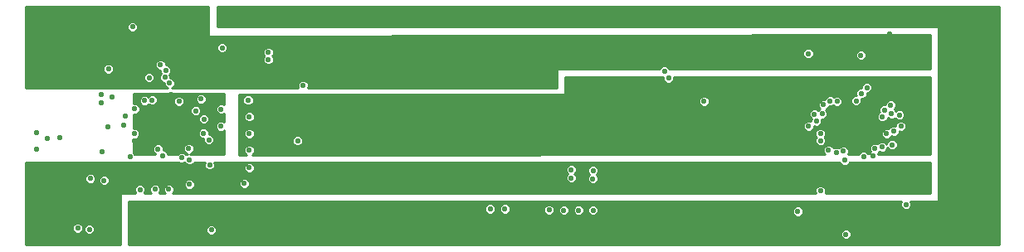
<source format=gbr>
G04 #@! TF.GenerationSoftware,KiCad,Pcbnew,5.0.2+dfsg1-1~bpo9+1*
G04 #@! TF.CreationDate,2019-09-20T17:36:01+02:00*
G04 #@! TF.ProjectId,OV9281,4f563932-3831-42e6-9b69-6361645f7063,rev?*
G04 #@! TF.SameCoordinates,Original*
G04 #@! TF.FileFunction,Copper,L3,Inr*
G04 #@! TF.FilePolarity,Positive*
%FSLAX46Y46*%
G04 Gerber Fmt 4.6, Leading zero omitted, Abs format (unit mm)*
G04 Created by KiCad (PCBNEW 5.0.2+dfsg1-1~bpo9+1) date Fri 20 Sep 2019 05:36:01 PM CEST*
%MOMM*%
%LPD*%
G01*
G04 APERTURE LIST*
G04 #@! TA.AperFunction,ViaPad*
%ADD10C,0.550000*%
G04 #@! TD*
G04 #@! TA.AperFunction,Conductor*
%ADD11C,0.254000*%
G04 #@! TD*
G04 APERTURE END LIST*
D10*
G04 #@! TO.N,GND*
X190178000Y-120540000D03*
X184028000Y-123590000D03*
X119302500Y-123136000D03*
X108802500Y-106680000D03*
X111252500Y-102386000D03*
X120402500Y-104536000D03*
X112002500Y-119010990D03*
X128102500Y-114036000D03*
X158252500Y-121136000D03*
X156752500Y-121136000D03*
X155252500Y-121136000D03*
X153752500Y-121086000D03*
X149252500Y-120986000D03*
X147752500Y-120986000D03*
X181452500Y-119136000D03*
X179128000Y-121240000D03*
X169552500Y-109986000D03*
X180202500Y-105136000D03*
X106852502Y-123086000D03*
X112952500Y-107586000D03*
X105659361Y-122944832D03*
X185552500Y-105285998D03*
G04 #@! TO.N,+3V3*
X119102500Y-120986000D03*
X114152500Y-122936000D03*
X126802500Y-123436000D03*
X138052500Y-120736000D03*
X138652500Y-121436000D03*
X190152500Y-122586000D03*
X168052500Y-122385998D03*
X186552500Y-121636000D03*
X128652500Y-108386000D03*
X121152500Y-101486000D03*
X128652500Y-101585994D03*
G04 #@! TO.N,+2V8*
X173352500Y-111936000D03*
X102521736Y-113785335D03*
X101452500Y-114886000D03*
G04 #@! TO.N,+1V8*
X112752500Y-106034577D03*
X110102500Y-104736000D03*
X188502500Y-103086000D03*
X189752500Y-105036000D03*
X172552500Y-105336000D03*
X168352500Y-105436000D03*
X187602494Y-106286000D03*
X126852500Y-108186000D03*
X117252500Y-108086000D03*
X102352500Y-107886000D03*
G04 #@! TO.N,+1V2*
X102552500Y-117286000D03*
X175502500Y-118936000D03*
X170452500Y-117486000D03*
G04 #@! TO.N,/CAM_L_D1_P*
X165532500Y-106926000D03*
G04 #@! TO.N,/CAM_L_D1_N*
X165942500Y-107646000D03*
G04 #@! TO.N,/CAM_R_D1_N*
X125102500Y-104996000D03*
G04 #@! TO.N,/CAM_R_D1_P*
X125112500Y-105736000D03*
G04 #@! TO.N,/CAM_L_CLK_P*
X156012500Y-117836000D03*
G04 #@! TO.N,/CAM_L_CLK_N*
X156022500Y-116966000D03*
G04 #@! TO.N,/CAM_R_CLK_N*
X114542500Y-107546000D03*
G04 #@! TO.N,/CAM_R_CLK_P*
X115042500Y-108136000D03*
G04 #@! TO.N,/CAM_L_D0_N*
X158242500Y-117056000D03*
G04 #@! TO.N,/CAM_L_D0_P*
X158212500Y-117916000D03*
G04 #@! TO.N,/CAM_R_D0_N*
X114102500Y-106266000D03*
G04 #@! TO.N,/CAM_R_D0_P*
X114632500Y-106836000D03*
G04 #@! TO.N,/M1_DOVDD*
X186990000Y-114820000D03*
X183140000Y-110020000D03*
X180225000Y-112525000D03*
X185619792Y-109207262D03*
G04 #@! TO.N,/M1_AGND*
X187752500Y-111586000D03*
X188190000Y-113320000D03*
X188602500Y-110386000D03*
G04 #@! TO.N,/M1_DVDD*
X183060000Y-115240000D03*
X181760000Y-110360000D03*
X181460000Y-114020000D03*
X188921426Y-113033159D03*
X186172500Y-108596000D03*
X185090009Y-109960000D03*
G04 #@! TO.N,/M1_AVDD*
X187730000Y-114660000D03*
X187952500Y-110886000D03*
X181440000Y-113290000D03*
G04 #@! TO.N,/M1_DGND*
X186822500Y-115596000D03*
X183790000Y-115100000D03*
X182430000Y-109940000D03*
X182270000Y-114980000D03*
X183920000Y-116010000D03*
X181609254Y-111291699D03*
G04 #@! TO.N,/M1_VN3*
X188702520Y-111286000D03*
G04 #@! TO.N,/M1_VH*
X189502500Y-111386000D03*
G04 #@! TO.N,/M1_VN2*
X189652500Y-112536004D03*
G04 #@! TO.N,/M1_SID*
X181025000Y-112036000D03*
G04 #@! TO.N,/M1_MCLK*
X180825000Y-111300000D03*
G04 #@! TO.N,/M1_PVDD*
X185852500Y-115636000D03*
G04 #@! TO.N,/M1_VN1*
X188752500Y-114436000D03*
G04 #@! TO.N,/M2_DOVDD*
X116992500Y-114820000D03*
X113262500Y-109866000D03*
X115992500Y-109996000D03*
X110352521Y-112473811D03*
G04 #@! TO.N,/M2_AGND*
X103852500Y-113686000D03*
X122652500Y-118386000D03*
X118482500Y-113276000D03*
X123052500Y-109885992D03*
X123152500Y-111586000D03*
X123152500Y-113286000D03*
X123152500Y-114985994D03*
X123152500Y-116786000D03*
X101436159Y-113161289D03*
X118234294Y-109767794D03*
G04 #@! TO.N,/M2_DVDD*
X111462500Y-114020000D03*
X113062500Y-115240000D03*
X119872500Y-113286000D03*
X118712500Y-110946000D03*
X115152500Y-109286000D03*
X111652500Y-109786000D03*
X114952500Y-114886000D03*
G04 #@! TO.N,/M2_AVDD*
X117702500Y-110970000D03*
X111442500Y-113290000D03*
X119126000Y-116486002D03*
X108152500Y-115130000D03*
G04 #@! TO.N,/M2_DGND*
X112471751Y-109936215D03*
X109152500Y-109586000D03*
X114952500Y-118986000D03*
X113552500Y-118986000D03*
X106952496Y-117886000D03*
X108352500Y-118086000D03*
X113852500Y-114886000D03*
X117052500Y-118486000D03*
X108052500Y-110186000D03*
X108052502Y-109286000D03*
X117062500Y-115986000D03*
X111456145Y-110782590D03*
G04 #@! TO.N,/M2_VN3*
X118525000Y-111806000D03*
G04 #@! TO.N,/M2_VH*
X120295000Y-110786000D03*
G04 #@! TO.N,/M2_CAM_SCL_1V8*
X111002500Y-115686000D03*
G04 #@! TO.N,/M2_VN2*
X120265000Y-112536000D03*
G04 #@! TO.N,/M2_SID*
X108745000Y-112636000D03*
G04 #@! TO.N,/M2_MCLK_M*
X110562500Y-111476000D03*
G04 #@! TO.N,/M2_PVDD*
X116277500Y-115750000D03*
G04 #@! TO.N,/M2_VN1*
X119042500Y-113926000D03*
G04 #@! TO.N,/M2_CAM_SDA_1V8*
X114352500Y-115536000D03*
G04 #@! TD*
D11*
G04 #@! TO.N,+3V3*
G36*
X199648000Y-124648000D02*
X110879500Y-124648000D01*
X110879500Y-123026200D01*
X118750500Y-123026200D01*
X118750500Y-123245800D01*
X118834537Y-123448683D01*
X118989817Y-123603963D01*
X119192700Y-123688000D01*
X119412300Y-123688000D01*
X119615183Y-123603963D01*
X119738946Y-123480200D01*
X183476000Y-123480200D01*
X183476000Y-123699800D01*
X183560037Y-123902683D01*
X183715317Y-124057963D01*
X183918200Y-124142000D01*
X184137800Y-124142000D01*
X184340683Y-124057963D01*
X184495963Y-123902683D01*
X184580000Y-123699800D01*
X184580000Y-123480200D01*
X184495963Y-123277317D01*
X184340683Y-123122037D01*
X184137800Y-123038000D01*
X183918200Y-123038000D01*
X183715317Y-123122037D01*
X183560037Y-123277317D01*
X183476000Y-123480200D01*
X119738946Y-123480200D01*
X119770463Y-123448683D01*
X119854500Y-123245800D01*
X119854500Y-123026200D01*
X119770463Y-122823317D01*
X119615183Y-122668037D01*
X119412300Y-122584000D01*
X119192700Y-122584000D01*
X118989817Y-122668037D01*
X118834537Y-122823317D01*
X118750500Y-123026200D01*
X110879500Y-123026200D01*
X110879500Y-120876200D01*
X147200500Y-120876200D01*
X147200500Y-121095800D01*
X147284537Y-121298683D01*
X147439817Y-121453963D01*
X147642700Y-121538000D01*
X147862300Y-121538000D01*
X148065183Y-121453963D01*
X148220463Y-121298683D01*
X148304500Y-121095800D01*
X148304500Y-120876200D01*
X148700500Y-120876200D01*
X148700500Y-121095800D01*
X148784537Y-121298683D01*
X148939817Y-121453963D01*
X149142700Y-121538000D01*
X149362300Y-121538000D01*
X149565183Y-121453963D01*
X149720463Y-121298683D01*
X149804500Y-121095800D01*
X149804500Y-120976200D01*
X153200500Y-120976200D01*
X153200500Y-121195800D01*
X153284537Y-121398683D01*
X153439817Y-121553963D01*
X153642700Y-121638000D01*
X153862300Y-121638000D01*
X154065183Y-121553963D01*
X154220463Y-121398683D01*
X154304500Y-121195800D01*
X154304500Y-121026200D01*
X154700500Y-121026200D01*
X154700500Y-121245800D01*
X154784537Y-121448683D01*
X154939817Y-121603963D01*
X155142700Y-121688000D01*
X155362300Y-121688000D01*
X155565183Y-121603963D01*
X155720463Y-121448683D01*
X155804500Y-121245800D01*
X155804500Y-121026200D01*
X156200500Y-121026200D01*
X156200500Y-121245800D01*
X156284537Y-121448683D01*
X156439817Y-121603963D01*
X156642700Y-121688000D01*
X156862300Y-121688000D01*
X157065183Y-121603963D01*
X157220463Y-121448683D01*
X157304500Y-121245800D01*
X157304500Y-121026200D01*
X157700500Y-121026200D01*
X157700500Y-121245800D01*
X157784537Y-121448683D01*
X157939817Y-121603963D01*
X158142700Y-121688000D01*
X158362300Y-121688000D01*
X158565183Y-121603963D01*
X158720463Y-121448683D01*
X158804500Y-121245800D01*
X158804500Y-121130200D01*
X178576000Y-121130200D01*
X178576000Y-121349800D01*
X178660037Y-121552683D01*
X178815317Y-121707963D01*
X179018200Y-121792000D01*
X179237800Y-121792000D01*
X179440683Y-121707963D01*
X179595963Y-121552683D01*
X179680000Y-121349800D01*
X179680000Y-121130200D01*
X179595963Y-120927317D01*
X179440683Y-120772037D01*
X179237800Y-120688000D01*
X179018200Y-120688000D01*
X178815317Y-120772037D01*
X178660037Y-120927317D01*
X178576000Y-121130200D01*
X158804500Y-121130200D01*
X158804500Y-121026200D01*
X158720463Y-120823317D01*
X158565183Y-120668037D01*
X158362300Y-120584000D01*
X158142700Y-120584000D01*
X157939817Y-120668037D01*
X157784537Y-120823317D01*
X157700500Y-121026200D01*
X157304500Y-121026200D01*
X157220463Y-120823317D01*
X157065183Y-120668037D01*
X156862300Y-120584000D01*
X156642700Y-120584000D01*
X156439817Y-120668037D01*
X156284537Y-120823317D01*
X156200500Y-121026200D01*
X155804500Y-121026200D01*
X155720463Y-120823317D01*
X155565183Y-120668037D01*
X155362300Y-120584000D01*
X155142700Y-120584000D01*
X154939817Y-120668037D01*
X154784537Y-120823317D01*
X154700500Y-121026200D01*
X154304500Y-121026200D01*
X154304500Y-120976200D01*
X154220463Y-120773317D01*
X154065183Y-120618037D01*
X153862300Y-120534000D01*
X153642700Y-120534000D01*
X153439817Y-120618037D01*
X153284537Y-120773317D01*
X153200500Y-120976200D01*
X149804500Y-120976200D01*
X149804500Y-120876200D01*
X149720463Y-120673317D01*
X149565183Y-120518037D01*
X149362300Y-120434000D01*
X149142700Y-120434000D01*
X148939817Y-120518037D01*
X148784537Y-120673317D01*
X148700500Y-120876200D01*
X148304500Y-120876200D01*
X148220463Y-120673317D01*
X148065183Y-120518037D01*
X147862300Y-120434000D01*
X147642700Y-120434000D01*
X147439817Y-120518037D01*
X147284537Y-120673317D01*
X147200500Y-120876200D01*
X110879500Y-120876200D01*
X110879500Y-120213000D01*
X189724354Y-120213000D01*
X189710037Y-120227317D01*
X189626000Y-120430200D01*
X189626000Y-120649800D01*
X189710037Y-120852683D01*
X189865317Y-121007963D01*
X190068200Y-121092000D01*
X190287800Y-121092000D01*
X190490683Y-121007963D01*
X190645963Y-120852683D01*
X190730000Y-120649800D01*
X190730000Y-120430200D01*
X190645963Y-120227317D01*
X190631646Y-120213000D01*
X193352500Y-120213000D01*
X193401101Y-120203333D01*
X193442303Y-120175803D01*
X193469833Y-120134601D01*
X193479500Y-120086000D01*
X193479500Y-102486000D01*
X193469833Y-102437399D01*
X193442303Y-102396197D01*
X193401101Y-102368667D01*
X193352500Y-102359000D01*
X119879500Y-102359000D01*
X119879500Y-100352000D01*
X199648001Y-100352000D01*
X199648000Y-124648000D01*
X199648000Y-124648000D01*
G37*
X199648000Y-124648000D02*
X110879500Y-124648000D01*
X110879500Y-123026200D01*
X118750500Y-123026200D01*
X118750500Y-123245800D01*
X118834537Y-123448683D01*
X118989817Y-123603963D01*
X119192700Y-123688000D01*
X119412300Y-123688000D01*
X119615183Y-123603963D01*
X119738946Y-123480200D01*
X183476000Y-123480200D01*
X183476000Y-123699800D01*
X183560037Y-123902683D01*
X183715317Y-124057963D01*
X183918200Y-124142000D01*
X184137800Y-124142000D01*
X184340683Y-124057963D01*
X184495963Y-123902683D01*
X184580000Y-123699800D01*
X184580000Y-123480200D01*
X184495963Y-123277317D01*
X184340683Y-123122037D01*
X184137800Y-123038000D01*
X183918200Y-123038000D01*
X183715317Y-123122037D01*
X183560037Y-123277317D01*
X183476000Y-123480200D01*
X119738946Y-123480200D01*
X119770463Y-123448683D01*
X119854500Y-123245800D01*
X119854500Y-123026200D01*
X119770463Y-122823317D01*
X119615183Y-122668037D01*
X119412300Y-122584000D01*
X119192700Y-122584000D01*
X118989817Y-122668037D01*
X118834537Y-122823317D01*
X118750500Y-123026200D01*
X110879500Y-123026200D01*
X110879500Y-120876200D01*
X147200500Y-120876200D01*
X147200500Y-121095800D01*
X147284537Y-121298683D01*
X147439817Y-121453963D01*
X147642700Y-121538000D01*
X147862300Y-121538000D01*
X148065183Y-121453963D01*
X148220463Y-121298683D01*
X148304500Y-121095800D01*
X148304500Y-120876200D01*
X148700500Y-120876200D01*
X148700500Y-121095800D01*
X148784537Y-121298683D01*
X148939817Y-121453963D01*
X149142700Y-121538000D01*
X149362300Y-121538000D01*
X149565183Y-121453963D01*
X149720463Y-121298683D01*
X149804500Y-121095800D01*
X149804500Y-120976200D01*
X153200500Y-120976200D01*
X153200500Y-121195800D01*
X153284537Y-121398683D01*
X153439817Y-121553963D01*
X153642700Y-121638000D01*
X153862300Y-121638000D01*
X154065183Y-121553963D01*
X154220463Y-121398683D01*
X154304500Y-121195800D01*
X154304500Y-121026200D01*
X154700500Y-121026200D01*
X154700500Y-121245800D01*
X154784537Y-121448683D01*
X154939817Y-121603963D01*
X155142700Y-121688000D01*
X155362300Y-121688000D01*
X155565183Y-121603963D01*
X155720463Y-121448683D01*
X155804500Y-121245800D01*
X155804500Y-121026200D01*
X156200500Y-121026200D01*
X156200500Y-121245800D01*
X156284537Y-121448683D01*
X156439817Y-121603963D01*
X156642700Y-121688000D01*
X156862300Y-121688000D01*
X157065183Y-121603963D01*
X157220463Y-121448683D01*
X157304500Y-121245800D01*
X157304500Y-121026200D01*
X157700500Y-121026200D01*
X157700500Y-121245800D01*
X157784537Y-121448683D01*
X157939817Y-121603963D01*
X158142700Y-121688000D01*
X158362300Y-121688000D01*
X158565183Y-121603963D01*
X158720463Y-121448683D01*
X158804500Y-121245800D01*
X158804500Y-121130200D01*
X178576000Y-121130200D01*
X178576000Y-121349800D01*
X178660037Y-121552683D01*
X178815317Y-121707963D01*
X179018200Y-121792000D01*
X179237800Y-121792000D01*
X179440683Y-121707963D01*
X179595963Y-121552683D01*
X179680000Y-121349800D01*
X179680000Y-121130200D01*
X179595963Y-120927317D01*
X179440683Y-120772037D01*
X179237800Y-120688000D01*
X179018200Y-120688000D01*
X178815317Y-120772037D01*
X178660037Y-120927317D01*
X178576000Y-121130200D01*
X158804500Y-121130200D01*
X158804500Y-121026200D01*
X158720463Y-120823317D01*
X158565183Y-120668037D01*
X158362300Y-120584000D01*
X158142700Y-120584000D01*
X157939817Y-120668037D01*
X157784537Y-120823317D01*
X157700500Y-121026200D01*
X157304500Y-121026200D01*
X157220463Y-120823317D01*
X157065183Y-120668037D01*
X156862300Y-120584000D01*
X156642700Y-120584000D01*
X156439817Y-120668037D01*
X156284537Y-120823317D01*
X156200500Y-121026200D01*
X155804500Y-121026200D01*
X155720463Y-120823317D01*
X155565183Y-120668037D01*
X155362300Y-120584000D01*
X155142700Y-120584000D01*
X154939817Y-120668037D01*
X154784537Y-120823317D01*
X154700500Y-121026200D01*
X154304500Y-121026200D01*
X154304500Y-120976200D01*
X154220463Y-120773317D01*
X154065183Y-120618037D01*
X153862300Y-120534000D01*
X153642700Y-120534000D01*
X153439817Y-120618037D01*
X153284537Y-120773317D01*
X153200500Y-120976200D01*
X149804500Y-120976200D01*
X149804500Y-120876200D01*
X149720463Y-120673317D01*
X149565183Y-120518037D01*
X149362300Y-120434000D01*
X149142700Y-120434000D01*
X148939817Y-120518037D01*
X148784537Y-120673317D01*
X148700500Y-120876200D01*
X148304500Y-120876200D01*
X148220463Y-120673317D01*
X148065183Y-120518037D01*
X147862300Y-120434000D01*
X147642700Y-120434000D01*
X147439817Y-120518037D01*
X147284537Y-120673317D01*
X147200500Y-120876200D01*
X110879500Y-120876200D01*
X110879500Y-120213000D01*
X189724354Y-120213000D01*
X189710037Y-120227317D01*
X189626000Y-120430200D01*
X189626000Y-120649800D01*
X189710037Y-120852683D01*
X189865317Y-121007963D01*
X190068200Y-121092000D01*
X190287800Y-121092000D01*
X190490683Y-121007963D01*
X190645963Y-120852683D01*
X190730000Y-120649800D01*
X190730000Y-120430200D01*
X190645963Y-120227317D01*
X190631646Y-120213000D01*
X193352500Y-120213000D01*
X193401101Y-120203333D01*
X193442303Y-120175803D01*
X193469833Y-120134601D01*
X193479500Y-120086000D01*
X193479500Y-102486000D01*
X193469833Y-102437399D01*
X193442303Y-102396197D01*
X193401101Y-102368667D01*
X193352500Y-102359000D01*
X119879500Y-102359000D01*
X119879500Y-100352000D01*
X199648001Y-100352000D01*
X199648000Y-124648000D01*
G04 #@! TO.N,+1V8*
G36*
X119025500Y-103286000D02*
X119035167Y-103334601D01*
X119062697Y-103375803D01*
X119103899Y-103403333D01*
X119152845Y-103413000D01*
X192625500Y-103213346D01*
X192625500Y-106659000D01*
X166019386Y-106659000D01*
X166000463Y-106613317D01*
X165845183Y-106458037D01*
X165642300Y-106374000D01*
X165422700Y-106374000D01*
X165219817Y-106458037D01*
X165064537Y-106613317D01*
X165045614Y-106659000D01*
X154652500Y-106659000D01*
X154603899Y-106668667D01*
X154562697Y-106696197D01*
X154535167Y-106737399D01*
X154525540Y-106789174D01*
X154572286Y-108659000D01*
X129136900Y-108659000D01*
X129204500Y-108495800D01*
X129204500Y-108276200D01*
X129120463Y-108073317D01*
X128965183Y-107918037D01*
X128762300Y-107834000D01*
X128542700Y-107834000D01*
X128339817Y-107918037D01*
X128184537Y-108073317D01*
X128100500Y-108276200D01*
X128100500Y-108495800D01*
X128168100Y-108659000D01*
X115222312Y-108659000D01*
X115355183Y-108603963D01*
X115510463Y-108448683D01*
X115594500Y-108245800D01*
X115594500Y-108026200D01*
X115510463Y-107823317D01*
X115355183Y-107668037D01*
X115152300Y-107584000D01*
X115094500Y-107584000D01*
X115094500Y-107436200D01*
X115012035Y-107237111D01*
X115100463Y-107148683D01*
X115184500Y-106945800D01*
X115184500Y-106726200D01*
X115100463Y-106523317D01*
X114945183Y-106368037D01*
X114742300Y-106284000D01*
X114654500Y-106284000D01*
X114654500Y-106156200D01*
X114570463Y-105953317D01*
X114415183Y-105798037D01*
X114212300Y-105714000D01*
X113992700Y-105714000D01*
X113789817Y-105798037D01*
X113634537Y-105953317D01*
X113550500Y-106156200D01*
X113550500Y-106375800D01*
X113634537Y-106578683D01*
X113789817Y-106733963D01*
X113992700Y-106818000D01*
X114080500Y-106818000D01*
X114080500Y-106945800D01*
X114162965Y-107144889D01*
X114074537Y-107233317D01*
X113990500Y-107436200D01*
X113990500Y-107655800D01*
X114074537Y-107858683D01*
X114229817Y-108013963D01*
X114432700Y-108098000D01*
X114490500Y-108098000D01*
X114490500Y-108245800D01*
X114574537Y-108448683D01*
X114729817Y-108603963D01*
X114862688Y-108659000D01*
X100352000Y-108659000D01*
X100352000Y-107476200D01*
X112400500Y-107476200D01*
X112400500Y-107695800D01*
X112484537Y-107898683D01*
X112639817Y-108053963D01*
X112842700Y-108138000D01*
X113062300Y-108138000D01*
X113265183Y-108053963D01*
X113420463Y-107898683D01*
X113504500Y-107695800D01*
X113504500Y-107476200D01*
X113420463Y-107273317D01*
X113265183Y-107118037D01*
X113062300Y-107034000D01*
X112842700Y-107034000D01*
X112639817Y-107118037D01*
X112484537Y-107273317D01*
X112400500Y-107476200D01*
X100352000Y-107476200D01*
X100352000Y-106570200D01*
X108250500Y-106570200D01*
X108250500Y-106789800D01*
X108334537Y-106992683D01*
X108489817Y-107147963D01*
X108692700Y-107232000D01*
X108912300Y-107232000D01*
X109115183Y-107147963D01*
X109270463Y-106992683D01*
X109354500Y-106789800D01*
X109354500Y-106570200D01*
X109270463Y-106367317D01*
X109115183Y-106212037D01*
X108912300Y-106128000D01*
X108692700Y-106128000D01*
X108489817Y-106212037D01*
X108334537Y-106367317D01*
X108250500Y-106570200D01*
X100352000Y-106570200D01*
X100352000Y-104426200D01*
X119850500Y-104426200D01*
X119850500Y-104645800D01*
X119934537Y-104848683D01*
X120089817Y-105003963D01*
X120292700Y-105088000D01*
X120512300Y-105088000D01*
X120715183Y-105003963D01*
X120832946Y-104886200D01*
X124550500Y-104886200D01*
X124550500Y-105105800D01*
X124634537Y-105308683D01*
X124696854Y-105371000D01*
X124644537Y-105423317D01*
X124560500Y-105626200D01*
X124560500Y-105845800D01*
X124644537Y-106048683D01*
X124799817Y-106203963D01*
X125002700Y-106288000D01*
X125222300Y-106288000D01*
X125425183Y-106203963D01*
X125580463Y-106048683D01*
X125664500Y-105845800D01*
X125664500Y-105626200D01*
X125580463Y-105423317D01*
X125518146Y-105361000D01*
X125570463Y-105308683D01*
X125654500Y-105105800D01*
X125654500Y-105026200D01*
X179650500Y-105026200D01*
X179650500Y-105245800D01*
X179734537Y-105448683D01*
X179889817Y-105603963D01*
X180092700Y-105688000D01*
X180312300Y-105688000D01*
X180515183Y-105603963D01*
X180670463Y-105448683D01*
X180754500Y-105245800D01*
X180754500Y-105176198D01*
X185000500Y-105176198D01*
X185000500Y-105395798D01*
X185084537Y-105598681D01*
X185239817Y-105753961D01*
X185442700Y-105837998D01*
X185662300Y-105837998D01*
X185865183Y-105753961D01*
X186020463Y-105598681D01*
X186104500Y-105395798D01*
X186104500Y-105176198D01*
X186020463Y-104973315D01*
X185865183Y-104818035D01*
X185662300Y-104733998D01*
X185442700Y-104733998D01*
X185239817Y-104818035D01*
X185084537Y-104973315D01*
X185000500Y-105176198D01*
X180754500Y-105176198D01*
X180754500Y-105026200D01*
X180670463Y-104823317D01*
X180515183Y-104668037D01*
X180312300Y-104584000D01*
X180092700Y-104584000D01*
X179889817Y-104668037D01*
X179734537Y-104823317D01*
X179650500Y-105026200D01*
X125654500Y-105026200D01*
X125654500Y-104886200D01*
X125570463Y-104683317D01*
X125415183Y-104528037D01*
X125212300Y-104444000D01*
X124992700Y-104444000D01*
X124789817Y-104528037D01*
X124634537Y-104683317D01*
X124550500Y-104886200D01*
X120832946Y-104886200D01*
X120870463Y-104848683D01*
X120954500Y-104645800D01*
X120954500Y-104426200D01*
X120870463Y-104223317D01*
X120715183Y-104068037D01*
X120512300Y-103984000D01*
X120292700Y-103984000D01*
X120089817Y-104068037D01*
X119934537Y-104223317D01*
X119850500Y-104426200D01*
X100352000Y-104426200D01*
X100352000Y-102276200D01*
X110700500Y-102276200D01*
X110700500Y-102495800D01*
X110784537Y-102698683D01*
X110939817Y-102853963D01*
X111142700Y-102938000D01*
X111362300Y-102938000D01*
X111565183Y-102853963D01*
X111720463Y-102698683D01*
X111804500Y-102495800D01*
X111804500Y-102276200D01*
X111720463Y-102073317D01*
X111565183Y-101918037D01*
X111362300Y-101834000D01*
X111142700Y-101834000D01*
X110939817Y-101918037D01*
X110784537Y-102073317D01*
X110700500Y-102276200D01*
X100352000Y-102276200D01*
X100352000Y-100352000D01*
X119025500Y-100352000D01*
X119025500Y-103286000D01*
X119025500Y-103286000D01*
G37*
X119025500Y-103286000D02*
X119035167Y-103334601D01*
X119062697Y-103375803D01*
X119103899Y-103403333D01*
X119152845Y-103413000D01*
X192625500Y-103213346D01*
X192625500Y-106659000D01*
X166019386Y-106659000D01*
X166000463Y-106613317D01*
X165845183Y-106458037D01*
X165642300Y-106374000D01*
X165422700Y-106374000D01*
X165219817Y-106458037D01*
X165064537Y-106613317D01*
X165045614Y-106659000D01*
X154652500Y-106659000D01*
X154603899Y-106668667D01*
X154562697Y-106696197D01*
X154535167Y-106737399D01*
X154525540Y-106789174D01*
X154572286Y-108659000D01*
X129136900Y-108659000D01*
X129204500Y-108495800D01*
X129204500Y-108276200D01*
X129120463Y-108073317D01*
X128965183Y-107918037D01*
X128762300Y-107834000D01*
X128542700Y-107834000D01*
X128339817Y-107918037D01*
X128184537Y-108073317D01*
X128100500Y-108276200D01*
X128100500Y-108495800D01*
X128168100Y-108659000D01*
X115222312Y-108659000D01*
X115355183Y-108603963D01*
X115510463Y-108448683D01*
X115594500Y-108245800D01*
X115594500Y-108026200D01*
X115510463Y-107823317D01*
X115355183Y-107668037D01*
X115152300Y-107584000D01*
X115094500Y-107584000D01*
X115094500Y-107436200D01*
X115012035Y-107237111D01*
X115100463Y-107148683D01*
X115184500Y-106945800D01*
X115184500Y-106726200D01*
X115100463Y-106523317D01*
X114945183Y-106368037D01*
X114742300Y-106284000D01*
X114654500Y-106284000D01*
X114654500Y-106156200D01*
X114570463Y-105953317D01*
X114415183Y-105798037D01*
X114212300Y-105714000D01*
X113992700Y-105714000D01*
X113789817Y-105798037D01*
X113634537Y-105953317D01*
X113550500Y-106156200D01*
X113550500Y-106375800D01*
X113634537Y-106578683D01*
X113789817Y-106733963D01*
X113992700Y-106818000D01*
X114080500Y-106818000D01*
X114080500Y-106945800D01*
X114162965Y-107144889D01*
X114074537Y-107233317D01*
X113990500Y-107436200D01*
X113990500Y-107655800D01*
X114074537Y-107858683D01*
X114229817Y-108013963D01*
X114432700Y-108098000D01*
X114490500Y-108098000D01*
X114490500Y-108245800D01*
X114574537Y-108448683D01*
X114729817Y-108603963D01*
X114862688Y-108659000D01*
X100352000Y-108659000D01*
X100352000Y-107476200D01*
X112400500Y-107476200D01*
X112400500Y-107695800D01*
X112484537Y-107898683D01*
X112639817Y-108053963D01*
X112842700Y-108138000D01*
X113062300Y-108138000D01*
X113265183Y-108053963D01*
X113420463Y-107898683D01*
X113504500Y-107695800D01*
X113504500Y-107476200D01*
X113420463Y-107273317D01*
X113265183Y-107118037D01*
X113062300Y-107034000D01*
X112842700Y-107034000D01*
X112639817Y-107118037D01*
X112484537Y-107273317D01*
X112400500Y-107476200D01*
X100352000Y-107476200D01*
X100352000Y-106570200D01*
X108250500Y-106570200D01*
X108250500Y-106789800D01*
X108334537Y-106992683D01*
X108489817Y-107147963D01*
X108692700Y-107232000D01*
X108912300Y-107232000D01*
X109115183Y-107147963D01*
X109270463Y-106992683D01*
X109354500Y-106789800D01*
X109354500Y-106570200D01*
X109270463Y-106367317D01*
X109115183Y-106212037D01*
X108912300Y-106128000D01*
X108692700Y-106128000D01*
X108489817Y-106212037D01*
X108334537Y-106367317D01*
X108250500Y-106570200D01*
X100352000Y-106570200D01*
X100352000Y-104426200D01*
X119850500Y-104426200D01*
X119850500Y-104645800D01*
X119934537Y-104848683D01*
X120089817Y-105003963D01*
X120292700Y-105088000D01*
X120512300Y-105088000D01*
X120715183Y-105003963D01*
X120832946Y-104886200D01*
X124550500Y-104886200D01*
X124550500Y-105105800D01*
X124634537Y-105308683D01*
X124696854Y-105371000D01*
X124644537Y-105423317D01*
X124560500Y-105626200D01*
X124560500Y-105845800D01*
X124644537Y-106048683D01*
X124799817Y-106203963D01*
X125002700Y-106288000D01*
X125222300Y-106288000D01*
X125425183Y-106203963D01*
X125580463Y-106048683D01*
X125664500Y-105845800D01*
X125664500Y-105626200D01*
X125580463Y-105423317D01*
X125518146Y-105361000D01*
X125570463Y-105308683D01*
X125654500Y-105105800D01*
X125654500Y-105026200D01*
X179650500Y-105026200D01*
X179650500Y-105245800D01*
X179734537Y-105448683D01*
X179889817Y-105603963D01*
X180092700Y-105688000D01*
X180312300Y-105688000D01*
X180515183Y-105603963D01*
X180670463Y-105448683D01*
X180754500Y-105245800D01*
X180754500Y-105176198D01*
X185000500Y-105176198D01*
X185000500Y-105395798D01*
X185084537Y-105598681D01*
X185239817Y-105753961D01*
X185442700Y-105837998D01*
X185662300Y-105837998D01*
X185865183Y-105753961D01*
X186020463Y-105598681D01*
X186104500Y-105395798D01*
X186104500Y-105176198D01*
X186020463Y-104973315D01*
X185865183Y-104818035D01*
X185662300Y-104733998D01*
X185442700Y-104733998D01*
X185239817Y-104818035D01*
X185084537Y-104973315D01*
X185000500Y-105176198D01*
X180754500Y-105176198D01*
X180754500Y-105026200D01*
X180670463Y-104823317D01*
X180515183Y-104668037D01*
X180312300Y-104584000D01*
X180092700Y-104584000D01*
X179889817Y-104668037D01*
X179734537Y-104823317D01*
X179650500Y-105026200D01*
X125654500Y-105026200D01*
X125654500Y-104886200D01*
X125570463Y-104683317D01*
X125415183Y-104528037D01*
X125212300Y-104444000D01*
X124992700Y-104444000D01*
X124789817Y-104528037D01*
X124634537Y-104683317D01*
X124550500Y-104886200D01*
X120832946Y-104886200D01*
X120870463Y-104848683D01*
X120954500Y-104645800D01*
X120954500Y-104426200D01*
X120870463Y-104223317D01*
X120715183Y-104068037D01*
X120512300Y-103984000D01*
X120292700Y-103984000D01*
X120089817Y-104068037D01*
X119934537Y-104223317D01*
X119850500Y-104426200D01*
X100352000Y-104426200D01*
X100352000Y-102276200D01*
X110700500Y-102276200D01*
X110700500Y-102495800D01*
X110784537Y-102698683D01*
X110939817Y-102853963D01*
X111142700Y-102938000D01*
X111362300Y-102938000D01*
X111565183Y-102853963D01*
X111720463Y-102698683D01*
X111804500Y-102495800D01*
X111804500Y-102276200D01*
X111720463Y-102073317D01*
X111565183Y-101918037D01*
X111362300Y-101834000D01*
X111142700Y-101834000D01*
X110939817Y-101918037D01*
X110784537Y-102073317D01*
X110700500Y-102276200D01*
X100352000Y-102276200D01*
X100352000Y-100352000D01*
X119025500Y-100352000D01*
X119025500Y-103286000D01*
G04 #@! TO.N,+2V8*
G36*
X165390500Y-107536200D02*
X165390500Y-107755800D01*
X165474537Y-107958683D01*
X165629817Y-108113963D01*
X165832700Y-108198000D01*
X166052300Y-108198000D01*
X166255183Y-108113963D01*
X166410463Y-107958683D01*
X166494500Y-107755800D01*
X166494500Y-107536200D01*
X166484890Y-107513000D01*
X192625500Y-107513000D01*
X192625500Y-115359179D01*
X187324987Y-115366666D01*
X187293895Y-115291603D01*
X187302683Y-115287963D01*
X187449396Y-115141250D01*
X187620200Y-115212000D01*
X187839800Y-115212000D01*
X188042683Y-115127963D01*
X188197963Y-114972683D01*
X188282000Y-114769800D01*
X188282000Y-114742558D01*
X188284537Y-114748683D01*
X188439817Y-114903963D01*
X188642700Y-114988000D01*
X188862300Y-114988000D01*
X189065183Y-114903963D01*
X189220463Y-114748683D01*
X189304500Y-114545800D01*
X189304500Y-114326200D01*
X189220463Y-114123317D01*
X189065183Y-113968037D01*
X188862300Y-113884000D01*
X188642700Y-113884000D01*
X188439817Y-113968037D01*
X188284537Y-114123317D01*
X188200500Y-114326200D01*
X188200500Y-114353442D01*
X188197963Y-114347317D01*
X188042683Y-114192037D01*
X187839800Y-114108000D01*
X187620200Y-114108000D01*
X187417317Y-114192037D01*
X187270604Y-114338750D01*
X187099800Y-114268000D01*
X186880200Y-114268000D01*
X186677317Y-114352037D01*
X186522037Y-114507317D01*
X186438000Y-114710200D01*
X186438000Y-114929800D01*
X186518605Y-115124397D01*
X186509817Y-115128037D01*
X186354537Y-115283317D01*
X186329216Y-115344448D01*
X186320463Y-115323317D01*
X186165183Y-115168037D01*
X185962300Y-115084000D01*
X185742700Y-115084000D01*
X185539817Y-115168037D01*
X185384537Y-115323317D01*
X185365435Y-115369433D01*
X184275240Y-115370973D01*
X184342000Y-115209800D01*
X184342000Y-114990200D01*
X184257963Y-114787317D01*
X184102683Y-114632037D01*
X183899800Y-114548000D01*
X183680200Y-114548000D01*
X183477317Y-114632037D01*
X183347675Y-114761679D01*
X183169800Y-114688000D01*
X182950200Y-114688000D01*
X182776357Y-114760008D01*
X182737963Y-114667317D01*
X182582683Y-114512037D01*
X182379800Y-114428000D01*
X182160200Y-114428000D01*
X181957317Y-114512037D01*
X181802037Y-114667317D01*
X181718000Y-114870200D01*
X181718000Y-115089800D01*
X181802037Y-115292683D01*
X181883705Y-115374351D01*
X123458144Y-115456873D01*
X123465183Y-115453957D01*
X123620463Y-115298677D01*
X123704500Y-115095794D01*
X123704500Y-114876194D01*
X123620463Y-114673311D01*
X123465183Y-114518031D01*
X123262300Y-114433994D01*
X123042700Y-114433994D01*
X122839817Y-114518031D01*
X122684537Y-114673311D01*
X122600500Y-114876194D01*
X122600500Y-115095794D01*
X122684537Y-115298677D01*
X122839817Y-115453957D01*
X122848934Y-115457733D01*
X122079500Y-115458820D01*
X122079500Y-113926200D01*
X127550500Y-113926200D01*
X127550500Y-114145800D01*
X127634537Y-114348683D01*
X127789817Y-114503963D01*
X127992700Y-114588000D01*
X128212300Y-114588000D01*
X128415183Y-114503963D01*
X128570463Y-114348683D01*
X128654500Y-114145800D01*
X128654500Y-113926200D01*
X128570463Y-113723317D01*
X128415183Y-113568037D01*
X128212300Y-113484000D01*
X127992700Y-113484000D01*
X127789817Y-113568037D01*
X127634537Y-113723317D01*
X127550500Y-113926200D01*
X122079500Y-113926200D01*
X122079500Y-113176200D01*
X122600500Y-113176200D01*
X122600500Y-113395800D01*
X122684537Y-113598683D01*
X122839817Y-113753963D01*
X123042700Y-113838000D01*
X123262300Y-113838000D01*
X123465183Y-113753963D01*
X123620463Y-113598683D01*
X123704500Y-113395800D01*
X123704500Y-113180200D01*
X180888000Y-113180200D01*
X180888000Y-113399800D01*
X180972037Y-113602683D01*
X181034354Y-113665000D01*
X180992037Y-113707317D01*
X180908000Y-113910200D01*
X180908000Y-114129800D01*
X180992037Y-114332683D01*
X181147317Y-114487963D01*
X181350200Y-114572000D01*
X181569800Y-114572000D01*
X181772683Y-114487963D01*
X181927963Y-114332683D01*
X182012000Y-114129800D01*
X182012000Y-113910200D01*
X181927963Y-113707317D01*
X181865646Y-113645000D01*
X181907963Y-113602683D01*
X181992000Y-113399800D01*
X181992000Y-113210200D01*
X187638000Y-113210200D01*
X187638000Y-113429800D01*
X187722037Y-113632683D01*
X187877317Y-113787963D01*
X188080200Y-113872000D01*
X188299800Y-113872000D01*
X188502683Y-113787963D01*
X188657963Y-113632683D01*
X188697269Y-113537791D01*
X188811626Y-113585159D01*
X189031226Y-113585159D01*
X189234109Y-113501122D01*
X189389389Y-113345842D01*
X189473426Y-113142959D01*
X189473426Y-113059310D01*
X189542700Y-113088004D01*
X189762300Y-113088004D01*
X189965183Y-113003967D01*
X190120463Y-112848687D01*
X190204500Y-112645804D01*
X190204500Y-112426204D01*
X190120463Y-112223321D01*
X189965183Y-112068041D01*
X189762300Y-111984004D01*
X189542700Y-111984004D01*
X189339817Y-112068041D01*
X189184537Y-112223321D01*
X189100500Y-112426204D01*
X189100500Y-112509853D01*
X189031226Y-112481159D01*
X188811626Y-112481159D01*
X188608743Y-112565196D01*
X188453463Y-112720476D01*
X188414157Y-112815368D01*
X188299800Y-112768000D01*
X188080200Y-112768000D01*
X187877317Y-112852037D01*
X187722037Y-113007317D01*
X187638000Y-113210200D01*
X181992000Y-113210200D01*
X181992000Y-113180200D01*
X181907963Y-112977317D01*
X181752683Y-112822037D01*
X181549800Y-112738000D01*
X181330200Y-112738000D01*
X181127317Y-112822037D01*
X180972037Y-112977317D01*
X180888000Y-113180200D01*
X123704500Y-113180200D01*
X123704500Y-113176200D01*
X123620463Y-112973317D01*
X123465183Y-112818037D01*
X123262300Y-112734000D01*
X123042700Y-112734000D01*
X122839817Y-112818037D01*
X122684537Y-112973317D01*
X122600500Y-113176200D01*
X122079500Y-113176200D01*
X122079500Y-112415200D01*
X179673000Y-112415200D01*
X179673000Y-112634800D01*
X179757037Y-112837683D01*
X179912317Y-112992963D01*
X180115200Y-113077000D01*
X180334800Y-113077000D01*
X180537683Y-112992963D01*
X180692963Y-112837683D01*
X180777000Y-112634800D01*
X180777000Y-112530756D01*
X180915200Y-112588000D01*
X181134800Y-112588000D01*
X181337683Y-112503963D01*
X181492963Y-112348683D01*
X181577000Y-112145800D01*
X181577000Y-111926200D01*
X181542827Y-111843699D01*
X181719054Y-111843699D01*
X181921937Y-111759662D01*
X182077217Y-111604382D01*
X182130311Y-111476200D01*
X187200500Y-111476200D01*
X187200500Y-111695800D01*
X187284537Y-111898683D01*
X187439817Y-112053963D01*
X187642700Y-112138000D01*
X187862300Y-112138000D01*
X188065183Y-112053963D01*
X188220463Y-111898683D01*
X188304500Y-111695800D01*
X188304500Y-111668626D01*
X188389837Y-111753963D01*
X188592720Y-111838000D01*
X188812320Y-111838000D01*
X189015203Y-111753963D01*
X189052510Y-111716656D01*
X189189817Y-111853963D01*
X189392700Y-111938000D01*
X189612300Y-111938000D01*
X189815183Y-111853963D01*
X189970463Y-111698683D01*
X190054500Y-111495800D01*
X190054500Y-111276200D01*
X189970463Y-111073317D01*
X189815183Y-110918037D01*
X189612300Y-110834000D01*
X189392700Y-110834000D01*
X189189817Y-110918037D01*
X189152510Y-110955344D01*
X189015203Y-110818037D01*
X188969882Y-110799264D01*
X189070463Y-110698683D01*
X189154500Y-110495800D01*
X189154500Y-110276200D01*
X189070463Y-110073317D01*
X188915183Y-109918037D01*
X188712300Y-109834000D01*
X188492700Y-109834000D01*
X188289817Y-109918037D01*
X188134537Y-110073317D01*
X188050500Y-110276200D01*
X188050500Y-110334000D01*
X187842700Y-110334000D01*
X187639817Y-110418037D01*
X187484537Y-110573317D01*
X187400500Y-110776200D01*
X187400500Y-110995800D01*
X187449475Y-111114036D01*
X187439817Y-111118037D01*
X187284537Y-111273317D01*
X187200500Y-111476200D01*
X182130311Y-111476200D01*
X182161254Y-111401499D01*
X182161254Y-111181899D01*
X182077217Y-110979016D01*
X181969078Y-110870877D01*
X182072683Y-110827963D01*
X182227963Y-110672683D01*
X182305352Y-110485850D01*
X182320200Y-110492000D01*
X182539800Y-110492000D01*
X182742683Y-110407963D01*
X182745000Y-110405646D01*
X182827317Y-110487963D01*
X183030200Y-110572000D01*
X183249800Y-110572000D01*
X183452683Y-110487963D01*
X183607963Y-110332683D01*
X183692000Y-110129800D01*
X183692000Y-109910200D01*
X183667148Y-109850200D01*
X184538009Y-109850200D01*
X184538009Y-110069800D01*
X184622046Y-110272683D01*
X184777326Y-110427963D01*
X184980209Y-110512000D01*
X185199809Y-110512000D01*
X185402692Y-110427963D01*
X185557972Y-110272683D01*
X185642009Y-110069800D01*
X185642009Y-109850200D01*
X185604341Y-109759262D01*
X185729592Y-109759262D01*
X185932475Y-109675225D01*
X186087755Y-109519945D01*
X186171792Y-109317062D01*
X186171792Y-109148000D01*
X186282300Y-109148000D01*
X186485183Y-109063963D01*
X186640463Y-108908683D01*
X186724500Y-108705800D01*
X186724500Y-108486200D01*
X186640463Y-108283317D01*
X186485183Y-108128037D01*
X186282300Y-108044000D01*
X186062700Y-108044000D01*
X185859817Y-108128037D01*
X185704537Y-108283317D01*
X185620500Y-108486200D01*
X185620500Y-108655262D01*
X185509992Y-108655262D01*
X185307109Y-108739299D01*
X185151829Y-108894579D01*
X185067792Y-109097462D01*
X185067792Y-109317062D01*
X185105460Y-109408000D01*
X184980209Y-109408000D01*
X184777326Y-109492037D01*
X184622046Y-109647317D01*
X184538009Y-109850200D01*
X183667148Y-109850200D01*
X183607963Y-109707317D01*
X183452683Y-109552037D01*
X183249800Y-109468000D01*
X183030200Y-109468000D01*
X182827317Y-109552037D01*
X182825000Y-109554354D01*
X182742683Y-109472037D01*
X182539800Y-109388000D01*
X182320200Y-109388000D01*
X182117317Y-109472037D01*
X181962037Y-109627317D01*
X181884648Y-109814150D01*
X181869800Y-109808000D01*
X181650200Y-109808000D01*
X181447317Y-109892037D01*
X181292037Y-110047317D01*
X181208000Y-110250200D01*
X181208000Y-110469800D01*
X181292037Y-110672683D01*
X181400176Y-110780822D01*
X181296571Y-110823736D01*
X181212977Y-110907331D01*
X181137683Y-110832037D01*
X180934800Y-110748000D01*
X180715200Y-110748000D01*
X180512317Y-110832037D01*
X180357037Y-110987317D01*
X180273000Y-111190200D01*
X180273000Y-111409800D01*
X180357037Y-111612683D01*
X180512317Y-111767963D01*
X180534703Y-111777236D01*
X180473000Y-111926200D01*
X180473000Y-112030244D01*
X180334800Y-111973000D01*
X180115200Y-111973000D01*
X179912317Y-112057037D01*
X179757037Y-112212317D01*
X179673000Y-112415200D01*
X122079500Y-112415200D01*
X122079500Y-111476200D01*
X122600500Y-111476200D01*
X122600500Y-111695800D01*
X122684537Y-111898683D01*
X122839817Y-112053963D01*
X123042700Y-112138000D01*
X123262300Y-112138000D01*
X123465183Y-112053963D01*
X123620463Y-111898683D01*
X123704500Y-111695800D01*
X123704500Y-111476200D01*
X123620463Y-111273317D01*
X123465183Y-111118037D01*
X123262300Y-111034000D01*
X123042700Y-111034000D01*
X122839817Y-111118037D01*
X122684537Y-111273317D01*
X122600500Y-111476200D01*
X122079500Y-111476200D01*
X122079500Y-109776192D01*
X122500500Y-109776192D01*
X122500500Y-109995792D01*
X122584537Y-110198675D01*
X122739817Y-110353955D01*
X122942700Y-110437992D01*
X123162300Y-110437992D01*
X123365183Y-110353955D01*
X123520463Y-110198675D01*
X123604500Y-109995792D01*
X123604500Y-109876200D01*
X169000500Y-109876200D01*
X169000500Y-110095800D01*
X169084537Y-110298683D01*
X169239817Y-110453963D01*
X169442700Y-110538000D01*
X169662300Y-110538000D01*
X169865183Y-110453963D01*
X170020463Y-110298683D01*
X170104500Y-110095800D01*
X170104500Y-109876200D01*
X170020463Y-109673317D01*
X169865183Y-109518037D01*
X169662300Y-109434000D01*
X169442700Y-109434000D01*
X169239817Y-109518037D01*
X169084537Y-109673317D01*
X169000500Y-109876200D01*
X123604500Y-109876200D01*
X123604500Y-109776192D01*
X123520463Y-109573309D01*
X123365183Y-109418029D01*
X123162300Y-109333992D01*
X122942700Y-109333992D01*
X122739817Y-109418029D01*
X122584537Y-109573309D01*
X122500500Y-109776192D01*
X122079500Y-109776192D01*
X122079500Y-109313000D01*
X155252500Y-109313000D01*
X155301101Y-109303333D01*
X155342303Y-109275803D01*
X155369833Y-109234601D01*
X155379500Y-109186000D01*
X155379500Y-107513000D01*
X165400110Y-107513000D01*
X165390500Y-107536200D01*
X165390500Y-107536200D01*
G37*
X165390500Y-107536200D02*
X165390500Y-107755800D01*
X165474537Y-107958683D01*
X165629817Y-108113963D01*
X165832700Y-108198000D01*
X166052300Y-108198000D01*
X166255183Y-108113963D01*
X166410463Y-107958683D01*
X166494500Y-107755800D01*
X166494500Y-107536200D01*
X166484890Y-107513000D01*
X192625500Y-107513000D01*
X192625500Y-115359179D01*
X187324987Y-115366666D01*
X187293895Y-115291603D01*
X187302683Y-115287963D01*
X187449396Y-115141250D01*
X187620200Y-115212000D01*
X187839800Y-115212000D01*
X188042683Y-115127963D01*
X188197963Y-114972683D01*
X188282000Y-114769800D01*
X188282000Y-114742558D01*
X188284537Y-114748683D01*
X188439817Y-114903963D01*
X188642700Y-114988000D01*
X188862300Y-114988000D01*
X189065183Y-114903963D01*
X189220463Y-114748683D01*
X189304500Y-114545800D01*
X189304500Y-114326200D01*
X189220463Y-114123317D01*
X189065183Y-113968037D01*
X188862300Y-113884000D01*
X188642700Y-113884000D01*
X188439817Y-113968037D01*
X188284537Y-114123317D01*
X188200500Y-114326200D01*
X188200500Y-114353442D01*
X188197963Y-114347317D01*
X188042683Y-114192037D01*
X187839800Y-114108000D01*
X187620200Y-114108000D01*
X187417317Y-114192037D01*
X187270604Y-114338750D01*
X187099800Y-114268000D01*
X186880200Y-114268000D01*
X186677317Y-114352037D01*
X186522037Y-114507317D01*
X186438000Y-114710200D01*
X186438000Y-114929800D01*
X186518605Y-115124397D01*
X186509817Y-115128037D01*
X186354537Y-115283317D01*
X186329216Y-115344448D01*
X186320463Y-115323317D01*
X186165183Y-115168037D01*
X185962300Y-115084000D01*
X185742700Y-115084000D01*
X185539817Y-115168037D01*
X185384537Y-115323317D01*
X185365435Y-115369433D01*
X184275240Y-115370973D01*
X184342000Y-115209800D01*
X184342000Y-114990200D01*
X184257963Y-114787317D01*
X184102683Y-114632037D01*
X183899800Y-114548000D01*
X183680200Y-114548000D01*
X183477317Y-114632037D01*
X183347675Y-114761679D01*
X183169800Y-114688000D01*
X182950200Y-114688000D01*
X182776357Y-114760008D01*
X182737963Y-114667317D01*
X182582683Y-114512037D01*
X182379800Y-114428000D01*
X182160200Y-114428000D01*
X181957317Y-114512037D01*
X181802037Y-114667317D01*
X181718000Y-114870200D01*
X181718000Y-115089800D01*
X181802037Y-115292683D01*
X181883705Y-115374351D01*
X123458144Y-115456873D01*
X123465183Y-115453957D01*
X123620463Y-115298677D01*
X123704500Y-115095794D01*
X123704500Y-114876194D01*
X123620463Y-114673311D01*
X123465183Y-114518031D01*
X123262300Y-114433994D01*
X123042700Y-114433994D01*
X122839817Y-114518031D01*
X122684537Y-114673311D01*
X122600500Y-114876194D01*
X122600500Y-115095794D01*
X122684537Y-115298677D01*
X122839817Y-115453957D01*
X122848934Y-115457733D01*
X122079500Y-115458820D01*
X122079500Y-113926200D01*
X127550500Y-113926200D01*
X127550500Y-114145800D01*
X127634537Y-114348683D01*
X127789817Y-114503963D01*
X127992700Y-114588000D01*
X128212300Y-114588000D01*
X128415183Y-114503963D01*
X128570463Y-114348683D01*
X128654500Y-114145800D01*
X128654500Y-113926200D01*
X128570463Y-113723317D01*
X128415183Y-113568037D01*
X128212300Y-113484000D01*
X127992700Y-113484000D01*
X127789817Y-113568037D01*
X127634537Y-113723317D01*
X127550500Y-113926200D01*
X122079500Y-113926200D01*
X122079500Y-113176200D01*
X122600500Y-113176200D01*
X122600500Y-113395800D01*
X122684537Y-113598683D01*
X122839817Y-113753963D01*
X123042700Y-113838000D01*
X123262300Y-113838000D01*
X123465183Y-113753963D01*
X123620463Y-113598683D01*
X123704500Y-113395800D01*
X123704500Y-113180200D01*
X180888000Y-113180200D01*
X180888000Y-113399800D01*
X180972037Y-113602683D01*
X181034354Y-113665000D01*
X180992037Y-113707317D01*
X180908000Y-113910200D01*
X180908000Y-114129800D01*
X180992037Y-114332683D01*
X181147317Y-114487963D01*
X181350200Y-114572000D01*
X181569800Y-114572000D01*
X181772683Y-114487963D01*
X181927963Y-114332683D01*
X182012000Y-114129800D01*
X182012000Y-113910200D01*
X181927963Y-113707317D01*
X181865646Y-113645000D01*
X181907963Y-113602683D01*
X181992000Y-113399800D01*
X181992000Y-113210200D01*
X187638000Y-113210200D01*
X187638000Y-113429800D01*
X187722037Y-113632683D01*
X187877317Y-113787963D01*
X188080200Y-113872000D01*
X188299800Y-113872000D01*
X188502683Y-113787963D01*
X188657963Y-113632683D01*
X188697269Y-113537791D01*
X188811626Y-113585159D01*
X189031226Y-113585159D01*
X189234109Y-113501122D01*
X189389389Y-113345842D01*
X189473426Y-113142959D01*
X189473426Y-113059310D01*
X189542700Y-113088004D01*
X189762300Y-113088004D01*
X189965183Y-113003967D01*
X190120463Y-112848687D01*
X190204500Y-112645804D01*
X190204500Y-112426204D01*
X190120463Y-112223321D01*
X189965183Y-112068041D01*
X189762300Y-111984004D01*
X189542700Y-111984004D01*
X189339817Y-112068041D01*
X189184537Y-112223321D01*
X189100500Y-112426204D01*
X189100500Y-112509853D01*
X189031226Y-112481159D01*
X188811626Y-112481159D01*
X188608743Y-112565196D01*
X188453463Y-112720476D01*
X188414157Y-112815368D01*
X188299800Y-112768000D01*
X188080200Y-112768000D01*
X187877317Y-112852037D01*
X187722037Y-113007317D01*
X187638000Y-113210200D01*
X181992000Y-113210200D01*
X181992000Y-113180200D01*
X181907963Y-112977317D01*
X181752683Y-112822037D01*
X181549800Y-112738000D01*
X181330200Y-112738000D01*
X181127317Y-112822037D01*
X180972037Y-112977317D01*
X180888000Y-113180200D01*
X123704500Y-113180200D01*
X123704500Y-113176200D01*
X123620463Y-112973317D01*
X123465183Y-112818037D01*
X123262300Y-112734000D01*
X123042700Y-112734000D01*
X122839817Y-112818037D01*
X122684537Y-112973317D01*
X122600500Y-113176200D01*
X122079500Y-113176200D01*
X122079500Y-112415200D01*
X179673000Y-112415200D01*
X179673000Y-112634800D01*
X179757037Y-112837683D01*
X179912317Y-112992963D01*
X180115200Y-113077000D01*
X180334800Y-113077000D01*
X180537683Y-112992963D01*
X180692963Y-112837683D01*
X180777000Y-112634800D01*
X180777000Y-112530756D01*
X180915200Y-112588000D01*
X181134800Y-112588000D01*
X181337683Y-112503963D01*
X181492963Y-112348683D01*
X181577000Y-112145800D01*
X181577000Y-111926200D01*
X181542827Y-111843699D01*
X181719054Y-111843699D01*
X181921937Y-111759662D01*
X182077217Y-111604382D01*
X182130311Y-111476200D01*
X187200500Y-111476200D01*
X187200500Y-111695800D01*
X187284537Y-111898683D01*
X187439817Y-112053963D01*
X187642700Y-112138000D01*
X187862300Y-112138000D01*
X188065183Y-112053963D01*
X188220463Y-111898683D01*
X188304500Y-111695800D01*
X188304500Y-111668626D01*
X188389837Y-111753963D01*
X188592720Y-111838000D01*
X188812320Y-111838000D01*
X189015203Y-111753963D01*
X189052510Y-111716656D01*
X189189817Y-111853963D01*
X189392700Y-111938000D01*
X189612300Y-111938000D01*
X189815183Y-111853963D01*
X189970463Y-111698683D01*
X190054500Y-111495800D01*
X190054500Y-111276200D01*
X189970463Y-111073317D01*
X189815183Y-110918037D01*
X189612300Y-110834000D01*
X189392700Y-110834000D01*
X189189817Y-110918037D01*
X189152510Y-110955344D01*
X189015203Y-110818037D01*
X188969882Y-110799264D01*
X189070463Y-110698683D01*
X189154500Y-110495800D01*
X189154500Y-110276200D01*
X189070463Y-110073317D01*
X188915183Y-109918037D01*
X188712300Y-109834000D01*
X188492700Y-109834000D01*
X188289817Y-109918037D01*
X188134537Y-110073317D01*
X188050500Y-110276200D01*
X188050500Y-110334000D01*
X187842700Y-110334000D01*
X187639817Y-110418037D01*
X187484537Y-110573317D01*
X187400500Y-110776200D01*
X187400500Y-110995800D01*
X187449475Y-111114036D01*
X187439817Y-111118037D01*
X187284537Y-111273317D01*
X187200500Y-111476200D01*
X182130311Y-111476200D01*
X182161254Y-111401499D01*
X182161254Y-111181899D01*
X182077217Y-110979016D01*
X181969078Y-110870877D01*
X182072683Y-110827963D01*
X182227963Y-110672683D01*
X182305352Y-110485850D01*
X182320200Y-110492000D01*
X182539800Y-110492000D01*
X182742683Y-110407963D01*
X182745000Y-110405646D01*
X182827317Y-110487963D01*
X183030200Y-110572000D01*
X183249800Y-110572000D01*
X183452683Y-110487963D01*
X183607963Y-110332683D01*
X183692000Y-110129800D01*
X183692000Y-109910200D01*
X183667148Y-109850200D01*
X184538009Y-109850200D01*
X184538009Y-110069800D01*
X184622046Y-110272683D01*
X184777326Y-110427963D01*
X184980209Y-110512000D01*
X185199809Y-110512000D01*
X185402692Y-110427963D01*
X185557972Y-110272683D01*
X185642009Y-110069800D01*
X185642009Y-109850200D01*
X185604341Y-109759262D01*
X185729592Y-109759262D01*
X185932475Y-109675225D01*
X186087755Y-109519945D01*
X186171792Y-109317062D01*
X186171792Y-109148000D01*
X186282300Y-109148000D01*
X186485183Y-109063963D01*
X186640463Y-108908683D01*
X186724500Y-108705800D01*
X186724500Y-108486200D01*
X186640463Y-108283317D01*
X186485183Y-108128037D01*
X186282300Y-108044000D01*
X186062700Y-108044000D01*
X185859817Y-108128037D01*
X185704537Y-108283317D01*
X185620500Y-108486200D01*
X185620500Y-108655262D01*
X185509992Y-108655262D01*
X185307109Y-108739299D01*
X185151829Y-108894579D01*
X185067792Y-109097462D01*
X185067792Y-109317062D01*
X185105460Y-109408000D01*
X184980209Y-109408000D01*
X184777326Y-109492037D01*
X184622046Y-109647317D01*
X184538009Y-109850200D01*
X183667148Y-109850200D01*
X183607963Y-109707317D01*
X183452683Y-109552037D01*
X183249800Y-109468000D01*
X183030200Y-109468000D01*
X182827317Y-109552037D01*
X182825000Y-109554354D01*
X182742683Y-109472037D01*
X182539800Y-109388000D01*
X182320200Y-109388000D01*
X182117317Y-109472037D01*
X181962037Y-109627317D01*
X181884648Y-109814150D01*
X181869800Y-109808000D01*
X181650200Y-109808000D01*
X181447317Y-109892037D01*
X181292037Y-110047317D01*
X181208000Y-110250200D01*
X181208000Y-110469800D01*
X181292037Y-110672683D01*
X181400176Y-110780822D01*
X181296571Y-110823736D01*
X181212977Y-110907331D01*
X181137683Y-110832037D01*
X180934800Y-110748000D01*
X180715200Y-110748000D01*
X180512317Y-110832037D01*
X180357037Y-110987317D01*
X180273000Y-111190200D01*
X180273000Y-111409800D01*
X180357037Y-111612683D01*
X180512317Y-111767963D01*
X180534703Y-111777236D01*
X180473000Y-111926200D01*
X180473000Y-112030244D01*
X180334800Y-111973000D01*
X180115200Y-111973000D01*
X179912317Y-112057037D01*
X179757037Y-112212317D01*
X179673000Y-112415200D01*
X122079500Y-112415200D01*
X122079500Y-111476200D01*
X122600500Y-111476200D01*
X122600500Y-111695800D01*
X122684537Y-111898683D01*
X122839817Y-112053963D01*
X123042700Y-112138000D01*
X123262300Y-112138000D01*
X123465183Y-112053963D01*
X123620463Y-111898683D01*
X123704500Y-111695800D01*
X123704500Y-111476200D01*
X123620463Y-111273317D01*
X123465183Y-111118037D01*
X123262300Y-111034000D01*
X123042700Y-111034000D01*
X122839817Y-111118037D01*
X122684537Y-111273317D01*
X122600500Y-111476200D01*
X122079500Y-111476200D01*
X122079500Y-109776192D01*
X122500500Y-109776192D01*
X122500500Y-109995792D01*
X122584537Y-110198675D01*
X122739817Y-110353955D01*
X122942700Y-110437992D01*
X123162300Y-110437992D01*
X123365183Y-110353955D01*
X123520463Y-110198675D01*
X123604500Y-109995792D01*
X123604500Y-109876200D01*
X169000500Y-109876200D01*
X169000500Y-110095800D01*
X169084537Y-110298683D01*
X169239817Y-110453963D01*
X169442700Y-110538000D01*
X169662300Y-110538000D01*
X169865183Y-110453963D01*
X170020463Y-110298683D01*
X170104500Y-110095800D01*
X170104500Y-109876200D01*
X170020463Y-109673317D01*
X169865183Y-109518037D01*
X169662300Y-109434000D01*
X169442700Y-109434000D01*
X169239817Y-109518037D01*
X169084537Y-109673317D01*
X169000500Y-109876200D01*
X123604500Y-109876200D01*
X123604500Y-109776192D01*
X123520463Y-109573309D01*
X123365183Y-109418029D01*
X123162300Y-109333992D01*
X122942700Y-109333992D01*
X122739817Y-109418029D01*
X122584537Y-109573309D01*
X122500500Y-109776192D01*
X122079500Y-109776192D01*
X122079500Y-109313000D01*
X155252500Y-109313000D01*
X155301101Y-109303333D01*
X155342303Y-109275803D01*
X155369833Y-109234601D01*
X155379500Y-109186000D01*
X155379500Y-107513000D01*
X165400110Y-107513000D01*
X165390500Y-107536200D01*
G04 #@! TO.N,+1V2*
G36*
X110892700Y-116238000D02*
X111112300Y-116238000D01*
X111172655Y-116213000D01*
X115959854Y-116213000D01*
X115964817Y-116217963D01*
X116167700Y-116302000D01*
X116387300Y-116302000D01*
X116565361Y-116228245D01*
X116594537Y-116298683D01*
X116749817Y-116453963D01*
X116952700Y-116538000D01*
X117172300Y-116538000D01*
X117375183Y-116453963D01*
X117530463Y-116298683D01*
X117565954Y-116213000D01*
X118641601Y-116213000D01*
X118574000Y-116376202D01*
X118574000Y-116595802D01*
X118658037Y-116798685D01*
X118813317Y-116953965D01*
X119016200Y-117038002D01*
X119235800Y-117038002D01*
X119438683Y-116953965D01*
X119593963Y-116798685D01*
X119644698Y-116676200D01*
X122600500Y-116676200D01*
X122600500Y-116895800D01*
X122684537Y-117098683D01*
X122839817Y-117253963D01*
X123042700Y-117338000D01*
X123262300Y-117338000D01*
X123465183Y-117253963D01*
X123620463Y-117098683D01*
X123704500Y-116895800D01*
X123704500Y-116676200D01*
X123620463Y-116473317D01*
X123465183Y-116318037D01*
X123262300Y-116234000D01*
X123042700Y-116234000D01*
X122839817Y-116318037D01*
X122684537Y-116473317D01*
X122600500Y-116676200D01*
X119644698Y-116676200D01*
X119678000Y-116595802D01*
X119678000Y-116376202D01*
X119610399Y-116213000D01*
X183406605Y-116213000D01*
X183452037Y-116322683D01*
X183607317Y-116477963D01*
X183810200Y-116562000D01*
X184029800Y-116562000D01*
X184232683Y-116477963D01*
X184387963Y-116322683D01*
X184433395Y-116213000D01*
X192625500Y-116213000D01*
X192625500Y-119359000D01*
X181957611Y-119359000D01*
X182004500Y-119245800D01*
X182004500Y-119026200D01*
X181920463Y-118823317D01*
X181765183Y-118668037D01*
X181562300Y-118584000D01*
X181342700Y-118584000D01*
X181139817Y-118668037D01*
X180984537Y-118823317D01*
X180900500Y-119026200D01*
X180900500Y-119245800D01*
X180947389Y-119359000D01*
X115360146Y-119359000D01*
X115420463Y-119298683D01*
X115504500Y-119095800D01*
X115504500Y-118876200D01*
X115420463Y-118673317D01*
X115265183Y-118518037D01*
X115062300Y-118434000D01*
X114842700Y-118434000D01*
X114639817Y-118518037D01*
X114484537Y-118673317D01*
X114400500Y-118876200D01*
X114400500Y-119095800D01*
X114484537Y-119298683D01*
X114544854Y-119359000D01*
X113960146Y-119359000D01*
X114020463Y-119298683D01*
X114104500Y-119095800D01*
X114104500Y-118876200D01*
X114020463Y-118673317D01*
X113865183Y-118518037D01*
X113662300Y-118434000D01*
X113442700Y-118434000D01*
X113239817Y-118518037D01*
X113084537Y-118673317D01*
X113000500Y-118876200D01*
X113000500Y-119095800D01*
X113084537Y-119298683D01*
X113144854Y-119359000D01*
X112435136Y-119359000D01*
X112470463Y-119323673D01*
X112554500Y-119120790D01*
X112554500Y-118901190D01*
X112470463Y-118698307D01*
X112315183Y-118543027D01*
X112112300Y-118458990D01*
X111892700Y-118458990D01*
X111689817Y-118543027D01*
X111534537Y-118698307D01*
X111450500Y-118901190D01*
X111450500Y-119120790D01*
X111534537Y-119323673D01*
X111569864Y-119359000D01*
X110152500Y-119359000D01*
X110103899Y-119368667D01*
X110062697Y-119396197D01*
X110035167Y-119437399D01*
X110025500Y-119486000D01*
X110025500Y-124648000D01*
X100352000Y-124648000D01*
X100352000Y-122835032D01*
X105107361Y-122835032D01*
X105107361Y-123054632D01*
X105191398Y-123257515D01*
X105346678Y-123412795D01*
X105549561Y-123496832D01*
X105769161Y-123496832D01*
X105972044Y-123412795D01*
X106127324Y-123257515D01*
X106211361Y-123054632D01*
X106211361Y-122976200D01*
X106300502Y-122976200D01*
X106300502Y-123195800D01*
X106384539Y-123398683D01*
X106539819Y-123553963D01*
X106742702Y-123638000D01*
X106962302Y-123638000D01*
X107165185Y-123553963D01*
X107320465Y-123398683D01*
X107404502Y-123195800D01*
X107404502Y-122976200D01*
X107320465Y-122773317D01*
X107165185Y-122618037D01*
X106962302Y-122534000D01*
X106742702Y-122534000D01*
X106539819Y-122618037D01*
X106384539Y-122773317D01*
X106300502Y-122976200D01*
X106211361Y-122976200D01*
X106211361Y-122835032D01*
X106127324Y-122632149D01*
X105972044Y-122476869D01*
X105769161Y-122392832D01*
X105549561Y-122392832D01*
X105346678Y-122476869D01*
X105191398Y-122632149D01*
X105107361Y-122835032D01*
X100352000Y-122835032D01*
X100352000Y-117776200D01*
X106400496Y-117776200D01*
X106400496Y-117995800D01*
X106484533Y-118198683D01*
X106639813Y-118353963D01*
X106842696Y-118438000D01*
X107062296Y-118438000D01*
X107265179Y-118353963D01*
X107420459Y-118198683D01*
X107504496Y-117995800D01*
X107504496Y-117976200D01*
X107800500Y-117976200D01*
X107800500Y-118195800D01*
X107884537Y-118398683D01*
X108039817Y-118553963D01*
X108242700Y-118638000D01*
X108462300Y-118638000D01*
X108665183Y-118553963D01*
X108820463Y-118398683D01*
X108829775Y-118376200D01*
X116500500Y-118376200D01*
X116500500Y-118595800D01*
X116584537Y-118798683D01*
X116739817Y-118953963D01*
X116942700Y-119038000D01*
X117162300Y-119038000D01*
X117365183Y-118953963D01*
X117520463Y-118798683D01*
X117604500Y-118595800D01*
X117604500Y-118376200D01*
X117563079Y-118276200D01*
X122100500Y-118276200D01*
X122100500Y-118495800D01*
X122184537Y-118698683D01*
X122339817Y-118853963D01*
X122542700Y-118938000D01*
X122762300Y-118938000D01*
X122965183Y-118853963D01*
X123120463Y-118698683D01*
X123204500Y-118495800D01*
X123204500Y-118276200D01*
X123120463Y-118073317D01*
X122965183Y-117918037D01*
X122762300Y-117834000D01*
X122542700Y-117834000D01*
X122339817Y-117918037D01*
X122184537Y-118073317D01*
X122100500Y-118276200D01*
X117563079Y-118276200D01*
X117520463Y-118173317D01*
X117365183Y-118018037D01*
X117162300Y-117934000D01*
X116942700Y-117934000D01*
X116739817Y-118018037D01*
X116584537Y-118173317D01*
X116500500Y-118376200D01*
X108829775Y-118376200D01*
X108904500Y-118195800D01*
X108904500Y-117976200D01*
X108820463Y-117773317D01*
X108773346Y-117726200D01*
X155460500Y-117726200D01*
X155460500Y-117945800D01*
X155544537Y-118148683D01*
X155699817Y-118303963D01*
X155902700Y-118388000D01*
X156122300Y-118388000D01*
X156325183Y-118303963D01*
X156480463Y-118148683D01*
X156564500Y-117945800D01*
X156564500Y-117806200D01*
X157660500Y-117806200D01*
X157660500Y-118025800D01*
X157744537Y-118228683D01*
X157899817Y-118383963D01*
X158102700Y-118468000D01*
X158322300Y-118468000D01*
X158525183Y-118383963D01*
X158680463Y-118228683D01*
X158764500Y-118025800D01*
X158764500Y-117806200D01*
X158680463Y-117603317D01*
X158578146Y-117501000D01*
X158710463Y-117368683D01*
X158794500Y-117165800D01*
X158794500Y-116946200D01*
X158710463Y-116743317D01*
X158555183Y-116588037D01*
X158352300Y-116504000D01*
X158132700Y-116504000D01*
X157929817Y-116588037D01*
X157774537Y-116743317D01*
X157690500Y-116946200D01*
X157690500Y-117165800D01*
X157774537Y-117368683D01*
X157876854Y-117471000D01*
X157744537Y-117603317D01*
X157660500Y-117806200D01*
X156564500Y-117806200D01*
X156564500Y-117726200D01*
X156480463Y-117523317D01*
X156363146Y-117406000D01*
X156490463Y-117278683D01*
X156574500Y-117075800D01*
X156574500Y-116856200D01*
X156490463Y-116653317D01*
X156335183Y-116498037D01*
X156132300Y-116414000D01*
X155912700Y-116414000D01*
X155709817Y-116498037D01*
X155554537Y-116653317D01*
X155470500Y-116856200D01*
X155470500Y-117075800D01*
X155554537Y-117278683D01*
X155671854Y-117396000D01*
X155544537Y-117523317D01*
X155460500Y-117726200D01*
X108773346Y-117726200D01*
X108665183Y-117618037D01*
X108462300Y-117534000D01*
X108242700Y-117534000D01*
X108039817Y-117618037D01*
X107884537Y-117773317D01*
X107800500Y-117976200D01*
X107504496Y-117976200D01*
X107504496Y-117776200D01*
X107420459Y-117573317D01*
X107265179Y-117418037D01*
X107062296Y-117334000D01*
X106842696Y-117334000D01*
X106639813Y-117418037D01*
X106484533Y-117573317D01*
X106400496Y-117776200D01*
X100352000Y-117776200D01*
X100352000Y-116213000D01*
X110832345Y-116213000D01*
X110892700Y-116238000D01*
X110892700Y-116238000D01*
G37*
X110892700Y-116238000D02*
X111112300Y-116238000D01*
X111172655Y-116213000D01*
X115959854Y-116213000D01*
X115964817Y-116217963D01*
X116167700Y-116302000D01*
X116387300Y-116302000D01*
X116565361Y-116228245D01*
X116594537Y-116298683D01*
X116749817Y-116453963D01*
X116952700Y-116538000D01*
X117172300Y-116538000D01*
X117375183Y-116453963D01*
X117530463Y-116298683D01*
X117565954Y-116213000D01*
X118641601Y-116213000D01*
X118574000Y-116376202D01*
X118574000Y-116595802D01*
X118658037Y-116798685D01*
X118813317Y-116953965D01*
X119016200Y-117038002D01*
X119235800Y-117038002D01*
X119438683Y-116953965D01*
X119593963Y-116798685D01*
X119644698Y-116676200D01*
X122600500Y-116676200D01*
X122600500Y-116895800D01*
X122684537Y-117098683D01*
X122839817Y-117253963D01*
X123042700Y-117338000D01*
X123262300Y-117338000D01*
X123465183Y-117253963D01*
X123620463Y-117098683D01*
X123704500Y-116895800D01*
X123704500Y-116676200D01*
X123620463Y-116473317D01*
X123465183Y-116318037D01*
X123262300Y-116234000D01*
X123042700Y-116234000D01*
X122839817Y-116318037D01*
X122684537Y-116473317D01*
X122600500Y-116676200D01*
X119644698Y-116676200D01*
X119678000Y-116595802D01*
X119678000Y-116376202D01*
X119610399Y-116213000D01*
X183406605Y-116213000D01*
X183452037Y-116322683D01*
X183607317Y-116477963D01*
X183810200Y-116562000D01*
X184029800Y-116562000D01*
X184232683Y-116477963D01*
X184387963Y-116322683D01*
X184433395Y-116213000D01*
X192625500Y-116213000D01*
X192625500Y-119359000D01*
X181957611Y-119359000D01*
X182004500Y-119245800D01*
X182004500Y-119026200D01*
X181920463Y-118823317D01*
X181765183Y-118668037D01*
X181562300Y-118584000D01*
X181342700Y-118584000D01*
X181139817Y-118668037D01*
X180984537Y-118823317D01*
X180900500Y-119026200D01*
X180900500Y-119245800D01*
X180947389Y-119359000D01*
X115360146Y-119359000D01*
X115420463Y-119298683D01*
X115504500Y-119095800D01*
X115504500Y-118876200D01*
X115420463Y-118673317D01*
X115265183Y-118518037D01*
X115062300Y-118434000D01*
X114842700Y-118434000D01*
X114639817Y-118518037D01*
X114484537Y-118673317D01*
X114400500Y-118876200D01*
X114400500Y-119095800D01*
X114484537Y-119298683D01*
X114544854Y-119359000D01*
X113960146Y-119359000D01*
X114020463Y-119298683D01*
X114104500Y-119095800D01*
X114104500Y-118876200D01*
X114020463Y-118673317D01*
X113865183Y-118518037D01*
X113662300Y-118434000D01*
X113442700Y-118434000D01*
X113239817Y-118518037D01*
X113084537Y-118673317D01*
X113000500Y-118876200D01*
X113000500Y-119095800D01*
X113084537Y-119298683D01*
X113144854Y-119359000D01*
X112435136Y-119359000D01*
X112470463Y-119323673D01*
X112554500Y-119120790D01*
X112554500Y-118901190D01*
X112470463Y-118698307D01*
X112315183Y-118543027D01*
X112112300Y-118458990D01*
X111892700Y-118458990D01*
X111689817Y-118543027D01*
X111534537Y-118698307D01*
X111450500Y-118901190D01*
X111450500Y-119120790D01*
X111534537Y-119323673D01*
X111569864Y-119359000D01*
X110152500Y-119359000D01*
X110103899Y-119368667D01*
X110062697Y-119396197D01*
X110035167Y-119437399D01*
X110025500Y-119486000D01*
X110025500Y-124648000D01*
X100352000Y-124648000D01*
X100352000Y-122835032D01*
X105107361Y-122835032D01*
X105107361Y-123054632D01*
X105191398Y-123257515D01*
X105346678Y-123412795D01*
X105549561Y-123496832D01*
X105769161Y-123496832D01*
X105972044Y-123412795D01*
X106127324Y-123257515D01*
X106211361Y-123054632D01*
X106211361Y-122976200D01*
X106300502Y-122976200D01*
X106300502Y-123195800D01*
X106384539Y-123398683D01*
X106539819Y-123553963D01*
X106742702Y-123638000D01*
X106962302Y-123638000D01*
X107165185Y-123553963D01*
X107320465Y-123398683D01*
X107404502Y-123195800D01*
X107404502Y-122976200D01*
X107320465Y-122773317D01*
X107165185Y-122618037D01*
X106962302Y-122534000D01*
X106742702Y-122534000D01*
X106539819Y-122618037D01*
X106384539Y-122773317D01*
X106300502Y-122976200D01*
X106211361Y-122976200D01*
X106211361Y-122835032D01*
X106127324Y-122632149D01*
X105972044Y-122476869D01*
X105769161Y-122392832D01*
X105549561Y-122392832D01*
X105346678Y-122476869D01*
X105191398Y-122632149D01*
X105107361Y-122835032D01*
X100352000Y-122835032D01*
X100352000Y-117776200D01*
X106400496Y-117776200D01*
X106400496Y-117995800D01*
X106484533Y-118198683D01*
X106639813Y-118353963D01*
X106842696Y-118438000D01*
X107062296Y-118438000D01*
X107265179Y-118353963D01*
X107420459Y-118198683D01*
X107504496Y-117995800D01*
X107504496Y-117976200D01*
X107800500Y-117976200D01*
X107800500Y-118195800D01*
X107884537Y-118398683D01*
X108039817Y-118553963D01*
X108242700Y-118638000D01*
X108462300Y-118638000D01*
X108665183Y-118553963D01*
X108820463Y-118398683D01*
X108829775Y-118376200D01*
X116500500Y-118376200D01*
X116500500Y-118595800D01*
X116584537Y-118798683D01*
X116739817Y-118953963D01*
X116942700Y-119038000D01*
X117162300Y-119038000D01*
X117365183Y-118953963D01*
X117520463Y-118798683D01*
X117604500Y-118595800D01*
X117604500Y-118376200D01*
X117563079Y-118276200D01*
X122100500Y-118276200D01*
X122100500Y-118495800D01*
X122184537Y-118698683D01*
X122339817Y-118853963D01*
X122542700Y-118938000D01*
X122762300Y-118938000D01*
X122965183Y-118853963D01*
X123120463Y-118698683D01*
X123204500Y-118495800D01*
X123204500Y-118276200D01*
X123120463Y-118073317D01*
X122965183Y-117918037D01*
X122762300Y-117834000D01*
X122542700Y-117834000D01*
X122339817Y-117918037D01*
X122184537Y-118073317D01*
X122100500Y-118276200D01*
X117563079Y-118276200D01*
X117520463Y-118173317D01*
X117365183Y-118018037D01*
X117162300Y-117934000D01*
X116942700Y-117934000D01*
X116739817Y-118018037D01*
X116584537Y-118173317D01*
X116500500Y-118376200D01*
X108829775Y-118376200D01*
X108904500Y-118195800D01*
X108904500Y-117976200D01*
X108820463Y-117773317D01*
X108773346Y-117726200D01*
X155460500Y-117726200D01*
X155460500Y-117945800D01*
X155544537Y-118148683D01*
X155699817Y-118303963D01*
X155902700Y-118388000D01*
X156122300Y-118388000D01*
X156325183Y-118303963D01*
X156480463Y-118148683D01*
X156564500Y-117945800D01*
X156564500Y-117806200D01*
X157660500Y-117806200D01*
X157660500Y-118025800D01*
X157744537Y-118228683D01*
X157899817Y-118383963D01*
X158102700Y-118468000D01*
X158322300Y-118468000D01*
X158525183Y-118383963D01*
X158680463Y-118228683D01*
X158764500Y-118025800D01*
X158764500Y-117806200D01*
X158680463Y-117603317D01*
X158578146Y-117501000D01*
X158710463Y-117368683D01*
X158794500Y-117165800D01*
X158794500Y-116946200D01*
X158710463Y-116743317D01*
X158555183Y-116588037D01*
X158352300Y-116504000D01*
X158132700Y-116504000D01*
X157929817Y-116588037D01*
X157774537Y-116743317D01*
X157690500Y-116946200D01*
X157690500Y-117165800D01*
X157774537Y-117368683D01*
X157876854Y-117471000D01*
X157744537Y-117603317D01*
X157660500Y-117806200D01*
X156564500Y-117806200D01*
X156564500Y-117726200D01*
X156480463Y-117523317D01*
X156363146Y-117406000D01*
X156490463Y-117278683D01*
X156574500Y-117075800D01*
X156574500Y-116856200D01*
X156490463Y-116653317D01*
X156335183Y-116498037D01*
X156132300Y-116414000D01*
X155912700Y-116414000D01*
X155709817Y-116498037D01*
X155554537Y-116653317D01*
X155470500Y-116856200D01*
X155470500Y-117075800D01*
X155554537Y-117278683D01*
X155671854Y-117396000D01*
X155544537Y-117523317D01*
X155460500Y-117726200D01*
X108773346Y-117726200D01*
X108665183Y-117618037D01*
X108462300Y-117534000D01*
X108242700Y-117534000D01*
X108039817Y-117618037D01*
X107884537Y-117773317D01*
X107800500Y-117976200D01*
X107504496Y-117976200D01*
X107504496Y-117776200D01*
X107420459Y-117573317D01*
X107265179Y-117418037D01*
X107062296Y-117334000D01*
X106842696Y-117334000D01*
X106639813Y-117418037D01*
X106484533Y-117573317D01*
X106400496Y-117776200D01*
X100352000Y-117776200D01*
X100352000Y-116213000D01*
X110832345Y-116213000D01*
X110892700Y-116238000D01*
G04 #@! TO.N,/M2_DVDD*
G36*
X120625500Y-110335854D02*
X120607683Y-110318037D01*
X120404800Y-110234000D01*
X120185200Y-110234000D01*
X119982317Y-110318037D01*
X119827037Y-110473317D01*
X119743000Y-110676200D01*
X119743000Y-110895800D01*
X119827037Y-111098683D01*
X119982317Y-111253963D01*
X120185200Y-111338000D01*
X120404800Y-111338000D01*
X120607683Y-111253963D01*
X120625500Y-111236146D01*
X120625500Y-112115854D01*
X120577683Y-112068037D01*
X120374800Y-111984000D01*
X120155200Y-111984000D01*
X119952317Y-112068037D01*
X119797037Y-112223317D01*
X119713000Y-112426200D01*
X119713000Y-112645800D01*
X119797037Y-112848683D01*
X119952317Y-113003963D01*
X120155200Y-113088000D01*
X120374800Y-113088000D01*
X120577683Y-113003963D01*
X120625500Y-112956146D01*
X120625500Y-115359000D01*
X117133685Y-115359000D01*
X117305183Y-115287963D01*
X117460463Y-115132683D01*
X117544500Y-114929800D01*
X117544500Y-114710200D01*
X117460463Y-114507317D01*
X117305183Y-114352037D01*
X117102300Y-114268000D01*
X116882700Y-114268000D01*
X116679817Y-114352037D01*
X116524537Y-114507317D01*
X116440500Y-114710200D01*
X116440500Y-114929800D01*
X116524537Y-115132683D01*
X116679817Y-115287963D01*
X116851315Y-115359000D01*
X116667146Y-115359000D01*
X116590183Y-115282037D01*
X116387300Y-115198000D01*
X116167700Y-115198000D01*
X115964817Y-115282037D01*
X115887854Y-115359000D01*
X114876665Y-115359000D01*
X114820463Y-115223317D01*
X114665183Y-115068037D01*
X114462300Y-114984000D01*
X114404500Y-114984000D01*
X114404500Y-114776200D01*
X114320463Y-114573317D01*
X114165183Y-114418037D01*
X113962300Y-114334000D01*
X113742700Y-114334000D01*
X113539817Y-114418037D01*
X113384537Y-114573317D01*
X113300500Y-114776200D01*
X113300500Y-114995800D01*
X113384537Y-115198683D01*
X113539817Y-115353963D01*
X113551977Y-115359000D01*
X111456146Y-115359000D01*
X111379500Y-115282354D01*
X111379500Y-113842000D01*
X111552300Y-113842000D01*
X111755183Y-113757963D01*
X111910463Y-113602683D01*
X111994500Y-113399800D01*
X111994500Y-113180200D01*
X111988702Y-113166200D01*
X117930500Y-113166200D01*
X117930500Y-113385800D01*
X118014537Y-113588683D01*
X118169817Y-113743963D01*
X118372700Y-113828000D01*
X118490500Y-113828000D01*
X118490500Y-114035800D01*
X118574537Y-114238683D01*
X118729817Y-114393963D01*
X118932700Y-114478000D01*
X119152300Y-114478000D01*
X119355183Y-114393963D01*
X119510463Y-114238683D01*
X119594500Y-114035800D01*
X119594500Y-113816200D01*
X119510463Y-113613317D01*
X119355183Y-113458037D01*
X119152300Y-113374000D01*
X119034500Y-113374000D01*
X119034500Y-113166200D01*
X118950463Y-112963317D01*
X118795183Y-112808037D01*
X118592300Y-112724000D01*
X118372700Y-112724000D01*
X118169817Y-112808037D01*
X118014537Y-112963317D01*
X117930500Y-113166200D01*
X111988702Y-113166200D01*
X111910463Y-112977317D01*
X111755183Y-112822037D01*
X111552300Y-112738000D01*
X111379500Y-112738000D01*
X111379500Y-111696200D01*
X117973000Y-111696200D01*
X117973000Y-111915800D01*
X118057037Y-112118683D01*
X118212317Y-112273963D01*
X118415200Y-112358000D01*
X118634800Y-112358000D01*
X118837683Y-112273963D01*
X118992963Y-112118683D01*
X119077000Y-111915800D01*
X119077000Y-111696200D01*
X118992963Y-111493317D01*
X118837683Y-111338037D01*
X118634800Y-111254000D01*
X118415200Y-111254000D01*
X118212317Y-111338037D01*
X118057037Y-111493317D01*
X117973000Y-111696200D01*
X111379500Y-111696200D01*
X111379500Y-111334590D01*
X111565945Y-111334590D01*
X111768828Y-111250553D01*
X111924108Y-111095273D01*
X112008145Y-110892390D01*
X112008145Y-110860200D01*
X117150500Y-110860200D01*
X117150500Y-111079800D01*
X117234537Y-111282683D01*
X117389817Y-111437963D01*
X117592700Y-111522000D01*
X117812300Y-111522000D01*
X118015183Y-111437963D01*
X118170463Y-111282683D01*
X118254500Y-111079800D01*
X118254500Y-110860200D01*
X118170463Y-110657317D01*
X118015183Y-110502037D01*
X117812300Y-110418000D01*
X117592700Y-110418000D01*
X117389817Y-110502037D01*
X117234537Y-110657317D01*
X117150500Y-110860200D01*
X112008145Y-110860200D01*
X112008145Y-110672790D01*
X111924108Y-110469907D01*
X111768828Y-110314627D01*
X111565945Y-110230590D01*
X111379500Y-110230590D01*
X111379500Y-109826415D01*
X111919751Y-109826415D01*
X111919751Y-110046015D01*
X112003788Y-110248898D01*
X112159068Y-110404178D01*
X112361951Y-110488215D01*
X112581551Y-110488215D01*
X112784434Y-110404178D01*
X112902233Y-110286379D01*
X112949817Y-110333963D01*
X113152700Y-110418000D01*
X113372300Y-110418000D01*
X113575183Y-110333963D01*
X113730463Y-110178683D01*
X113814500Y-109975800D01*
X113814500Y-109886200D01*
X115440500Y-109886200D01*
X115440500Y-110105800D01*
X115524537Y-110308683D01*
X115679817Y-110463963D01*
X115882700Y-110548000D01*
X116102300Y-110548000D01*
X116305183Y-110463963D01*
X116460463Y-110308683D01*
X116544500Y-110105800D01*
X116544500Y-109886200D01*
X116460463Y-109683317D01*
X116435140Y-109657994D01*
X117682294Y-109657994D01*
X117682294Y-109877594D01*
X117766331Y-110080477D01*
X117921611Y-110235757D01*
X118124494Y-110319794D01*
X118344094Y-110319794D01*
X118546977Y-110235757D01*
X118702257Y-110080477D01*
X118786294Y-109877594D01*
X118786294Y-109657994D01*
X118702257Y-109455111D01*
X118546977Y-109299831D01*
X118344094Y-109215794D01*
X118124494Y-109215794D01*
X117921611Y-109299831D01*
X117766331Y-109455111D01*
X117682294Y-109657994D01*
X116435140Y-109657994D01*
X116305183Y-109528037D01*
X116102300Y-109444000D01*
X115882700Y-109444000D01*
X115679817Y-109528037D01*
X115524537Y-109683317D01*
X115440500Y-109886200D01*
X113814500Y-109886200D01*
X113814500Y-109756200D01*
X113730463Y-109553317D01*
X113575183Y-109398037D01*
X113372300Y-109314000D01*
X113152700Y-109314000D01*
X112949817Y-109398037D01*
X112832018Y-109515836D01*
X112784434Y-109468252D01*
X112581551Y-109384215D01*
X112361951Y-109384215D01*
X112159068Y-109468252D01*
X112003788Y-109623532D01*
X111919751Y-109826415D01*
X111379500Y-109826415D01*
X111379500Y-109213000D01*
X120625500Y-109213000D01*
X120625500Y-110335854D01*
X120625500Y-110335854D01*
G37*
X120625500Y-110335854D02*
X120607683Y-110318037D01*
X120404800Y-110234000D01*
X120185200Y-110234000D01*
X119982317Y-110318037D01*
X119827037Y-110473317D01*
X119743000Y-110676200D01*
X119743000Y-110895800D01*
X119827037Y-111098683D01*
X119982317Y-111253963D01*
X120185200Y-111338000D01*
X120404800Y-111338000D01*
X120607683Y-111253963D01*
X120625500Y-111236146D01*
X120625500Y-112115854D01*
X120577683Y-112068037D01*
X120374800Y-111984000D01*
X120155200Y-111984000D01*
X119952317Y-112068037D01*
X119797037Y-112223317D01*
X119713000Y-112426200D01*
X119713000Y-112645800D01*
X119797037Y-112848683D01*
X119952317Y-113003963D01*
X120155200Y-113088000D01*
X120374800Y-113088000D01*
X120577683Y-113003963D01*
X120625500Y-112956146D01*
X120625500Y-115359000D01*
X117133685Y-115359000D01*
X117305183Y-115287963D01*
X117460463Y-115132683D01*
X117544500Y-114929800D01*
X117544500Y-114710200D01*
X117460463Y-114507317D01*
X117305183Y-114352037D01*
X117102300Y-114268000D01*
X116882700Y-114268000D01*
X116679817Y-114352037D01*
X116524537Y-114507317D01*
X116440500Y-114710200D01*
X116440500Y-114929800D01*
X116524537Y-115132683D01*
X116679817Y-115287963D01*
X116851315Y-115359000D01*
X116667146Y-115359000D01*
X116590183Y-115282037D01*
X116387300Y-115198000D01*
X116167700Y-115198000D01*
X115964817Y-115282037D01*
X115887854Y-115359000D01*
X114876665Y-115359000D01*
X114820463Y-115223317D01*
X114665183Y-115068037D01*
X114462300Y-114984000D01*
X114404500Y-114984000D01*
X114404500Y-114776200D01*
X114320463Y-114573317D01*
X114165183Y-114418037D01*
X113962300Y-114334000D01*
X113742700Y-114334000D01*
X113539817Y-114418037D01*
X113384537Y-114573317D01*
X113300500Y-114776200D01*
X113300500Y-114995800D01*
X113384537Y-115198683D01*
X113539817Y-115353963D01*
X113551977Y-115359000D01*
X111456146Y-115359000D01*
X111379500Y-115282354D01*
X111379500Y-113842000D01*
X111552300Y-113842000D01*
X111755183Y-113757963D01*
X111910463Y-113602683D01*
X111994500Y-113399800D01*
X111994500Y-113180200D01*
X111988702Y-113166200D01*
X117930500Y-113166200D01*
X117930500Y-113385800D01*
X118014537Y-113588683D01*
X118169817Y-113743963D01*
X118372700Y-113828000D01*
X118490500Y-113828000D01*
X118490500Y-114035800D01*
X118574537Y-114238683D01*
X118729817Y-114393963D01*
X118932700Y-114478000D01*
X119152300Y-114478000D01*
X119355183Y-114393963D01*
X119510463Y-114238683D01*
X119594500Y-114035800D01*
X119594500Y-113816200D01*
X119510463Y-113613317D01*
X119355183Y-113458037D01*
X119152300Y-113374000D01*
X119034500Y-113374000D01*
X119034500Y-113166200D01*
X118950463Y-112963317D01*
X118795183Y-112808037D01*
X118592300Y-112724000D01*
X118372700Y-112724000D01*
X118169817Y-112808037D01*
X118014537Y-112963317D01*
X117930500Y-113166200D01*
X111988702Y-113166200D01*
X111910463Y-112977317D01*
X111755183Y-112822037D01*
X111552300Y-112738000D01*
X111379500Y-112738000D01*
X111379500Y-111696200D01*
X117973000Y-111696200D01*
X117973000Y-111915800D01*
X118057037Y-112118683D01*
X118212317Y-112273963D01*
X118415200Y-112358000D01*
X118634800Y-112358000D01*
X118837683Y-112273963D01*
X118992963Y-112118683D01*
X119077000Y-111915800D01*
X119077000Y-111696200D01*
X118992963Y-111493317D01*
X118837683Y-111338037D01*
X118634800Y-111254000D01*
X118415200Y-111254000D01*
X118212317Y-111338037D01*
X118057037Y-111493317D01*
X117973000Y-111696200D01*
X111379500Y-111696200D01*
X111379500Y-111334590D01*
X111565945Y-111334590D01*
X111768828Y-111250553D01*
X111924108Y-111095273D01*
X112008145Y-110892390D01*
X112008145Y-110860200D01*
X117150500Y-110860200D01*
X117150500Y-111079800D01*
X117234537Y-111282683D01*
X117389817Y-111437963D01*
X117592700Y-111522000D01*
X117812300Y-111522000D01*
X118015183Y-111437963D01*
X118170463Y-111282683D01*
X118254500Y-111079800D01*
X118254500Y-110860200D01*
X118170463Y-110657317D01*
X118015183Y-110502037D01*
X117812300Y-110418000D01*
X117592700Y-110418000D01*
X117389817Y-110502037D01*
X117234537Y-110657317D01*
X117150500Y-110860200D01*
X112008145Y-110860200D01*
X112008145Y-110672790D01*
X111924108Y-110469907D01*
X111768828Y-110314627D01*
X111565945Y-110230590D01*
X111379500Y-110230590D01*
X111379500Y-109826415D01*
X111919751Y-109826415D01*
X111919751Y-110046015D01*
X112003788Y-110248898D01*
X112159068Y-110404178D01*
X112361951Y-110488215D01*
X112581551Y-110488215D01*
X112784434Y-110404178D01*
X112902233Y-110286379D01*
X112949817Y-110333963D01*
X113152700Y-110418000D01*
X113372300Y-110418000D01*
X113575183Y-110333963D01*
X113730463Y-110178683D01*
X113814500Y-109975800D01*
X113814500Y-109886200D01*
X115440500Y-109886200D01*
X115440500Y-110105800D01*
X115524537Y-110308683D01*
X115679817Y-110463963D01*
X115882700Y-110548000D01*
X116102300Y-110548000D01*
X116305183Y-110463963D01*
X116460463Y-110308683D01*
X116544500Y-110105800D01*
X116544500Y-109886200D01*
X116460463Y-109683317D01*
X116435140Y-109657994D01*
X117682294Y-109657994D01*
X117682294Y-109877594D01*
X117766331Y-110080477D01*
X117921611Y-110235757D01*
X118124494Y-110319794D01*
X118344094Y-110319794D01*
X118546977Y-110235757D01*
X118702257Y-110080477D01*
X118786294Y-109877594D01*
X118786294Y-109657994D01*
X118702257Y-109455111D01*
X118546977Y-109299831D01*
X118344094Y-109215794D01*
X118124494Y-109215794D01*
X117921611Y-109299831D01*
X117766331Y-109455111D01*
X117682294Y-109657994D01*
X116435140Y-109657994D01*
X116305183Y-109528037D01*
X116102300Y-109444000D01*
X115882700Y-109444000D01*
X115679817Y-109528037D01*
X115524537Y-109683317D01*
X115440500Y-109886200D01*
X113814500Y-109886200D01*
X113814500Y-109756200D01*
X113730463Y-109553317D01*
X113575183Y-109398037D01*
X113372300Y-109314000D01*
X113152700Y-109314000D01*
X112949817Y-109398037D01*
X112832018Y-109515836D01*
X112784434Y-109468252D01*
X112581551Y-109384215D01*
X112361951Y-109384215D01*
X112159068Y-109468252D01*
X112003788Y-109623532D01*
X111919751Y-109826415D01*
X111379500Y-109826415D01*
X111379500Y-109213000D01*
X120625500Y-109213000D01*
X120625500Y-110335854D01*
G04 #@! TD*
M02*

</source>
